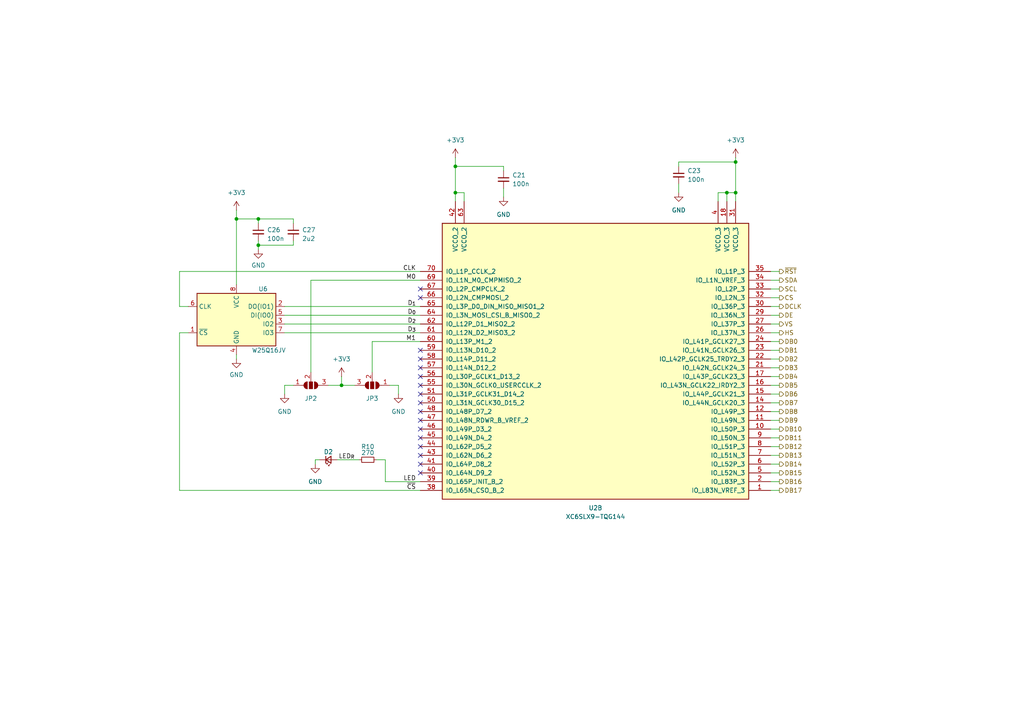
<source format=kicad_sch>
(kicad_sch
	(version 20231120)
	(generator "eeschema")
	(generator_version "8.0")
	(uuid "9635b207-be56-4692-b7be-abdb3712be18")
	(paper "A4")
	(title_block
		(title "FPGA IO Bank B")
		(date "2024-03-11")
		(rev "1")
		(company "https://github.com/Cuprum77")
	)
	(lib_symbols
		(symbol "+3V3_1"
			(power)
			(pin_numbers hide)
			(pin_names
				(offset 0) hide)
			(exclude_from_sim no)
			(in_bom yes)
			(on_board yes)
			(property "Reference" "#PWR"
				(at 0 -3.81 0)
				(effects
					(font
						(size 1.27 1.27)
					)
					(hide yes)
				)
			)
			(property "Value" "+3V3"
				(at 0 3.556 0)
				(effects
					(font
						(size 1.27 1.27)
					)
				)
			)
			(property "Footprint" ""
				(at 0 0 0)
				(effects
					(font
						(size 1.27 1.27)
					)
					(hide yes)
				)
			)
			(property "Datasheet" ""
				(at 0 0 0)
				(effects
					(font
						(size 1.27 1.27)
					)
					(hide yes)
				)
			)
			(property "Description" "Power symbol creates a global label with name \"+3V3\""
				(at 0 0 0)
				(effects
					(font
						(size 1.27 1.27)
					)
					(hide yes)
				)
			)
			(property "ki_keywords" "global power"
				(at 0 0 0)
				(effects
					(font
						(size 1.27 1.27)
					)
					(hide yes)
				)
			)
			(symbol "+3V3_1_0_1"
				(polyline
					(pts
						(xy -0.762 1.27) (xy 0 2.54)
					)
					(stroke
						(width 0)
						(type default)
					)
					(fill
						(type none)
					)
				)
				(polyline
					(pts
						(xy 0 0) (xy 0 2.54)
					)
					(stroke
						(width 0)
						(type default)
					)
					(fill
						(type none)
					)
				)
				(polyline
					(pts
						(xy 0 2.54) (xy 0.762 1.27)
					)
					(stroke
						(width 0)
						(type default)
					)
					(fill
						(type none)
					)
				)
			)
			(symbol "+3V3_1_1_1"
				(pin power_in line
					(at 0 0 90)
					(length 0)
					(name "~"
						(effects
							(font
								(size 1.27 1.27)
							)
						)
					)
					(number "1"
						(effects
							(font
								(size 1.27 1.27)
							)
						)
					)
				)
			)
		)
		(symbol "Device:C_Small"
			(pin_numbers hide)
			(pin_names
				(offset 0.254) hide)
			(exclude_from_sim no)
			(in_bom yes)
			(on_board yes)
			(property "Reference" "C"
				(at 0.254 1.778 0)
				(effects
					(font
						(size 1.27 1.27)
					)
					(justify left)
				)
			)
			(property "Value" "C_Small"
				(at 0.254 -2.032 0)
				(effects
					(font
						(size 1.27 1.27)
					)
					(justify left)
				)
			)
			(property "Footprint" ""
				(at 0 0 0)
				(effects
					(font
						(size 1.27 1.27)
					)
					(hide yes)
				)
			)
			(property "Datasheet" "~"
				(at 0 0 0)
				(effects
					(font
						(size 1.27 1.27)
					)
					(hide yes)
				)
			)
			(property "Description" "Unpolarized capacitor, small symbol"
				(at 0 0 0)
				(effects
					(font
						(size 1.27 1.27)
					)
					(hide yes)
				)
			)
			(property "ki_keywords" "capacitor cap"
				(at 0 0 0)
				(effects
					(font
						(size 1.27 1.27)
					)
					(hide yes)
				)
			)
			(property "ki_fp_filters" "C_*"
				(at 0 0 0)
				(effects
					(font
						(size 1.27 1.27)
					)
					(hide yes)
				)
			)
			(symbol "C_Small_0_1"
				(polyline
					(pts
						(xy -1.524 -0.508) (xy 1.524 -0.508)
					)
					(stroke
						(width 0.3302)
						(type default)
					)
					(fill
						(type none)
					)
				)
				(polyline
					(pts
						(xy -1.524 0.508) (xy 1.524 0.508)
					)
					(stroke
						(width 0.3048)
						(type default)
					)
					(fill
						(type none)
					)
				)
			)
			(symbol "C_Small_1_1"
				(pin passive line
					(at 0 2.54 270)
					(length 2.032)
					(name "~"
						(effects
							(font
								(size 1.27 1.27)
							)
						)
					)
					(number "1"
						(effects
							(font
								(size 1.27 1.27)
							)
						)
					)
				)
				(pin passive line
					(at 0 -2.54 90)
					(length 2.032)
					(name "~"
						(effects
							(font
								(size 1.27 1.27)
							)
						)
					)
					(number "2"
						(effects
							(font
								(size 1.27 1.27)
							)
						)
					)
				)
			)
		)
		(symbol "Device:LED_Small"
			(pin_numbers hide)
			(pin_names
				(offset 0.254) hide)
			(exclude_from_sim no)
			(in_bom yes)
			(on_board yes)
			(property "Reference" "D"
				(at -1.27 3.175 0)
				(effects
					(font
						(size 1.27 1.27)
					)
					(justify left)
				)
			)
			(property "Value" "LED_Small"
				(at -4.445 -2.54 0)
				(effects
					(font
						(size 1.27 1.27)
					)
					(justify left)
				)
			)
			(property "Footprint" ""
				(at 0 0 90)
				(effects
					(font
						(size 1.27 1.27)
					)
					(hide yes)
				)
			)
			(property "Datasheet" "~"
				(at 0 0 90)
				(effects
					(font
						(size 1.27 1.27)
					)
					(hide yes)
				)
			)
			(property "Description" "Light emitting diode, small symbol"
				(at 0 0 0)
				(effects
					(font
						(size 1.27 1.27)
					)
					(hide yes)
				)
			)
			(property "ki_keywords" "LED diode light-emitting-diode"
				(at 0 0 0)
				(effects
					(font
						(size 1.27 1.27)
					)
					(hide yes)
				)
			)
			(property "ki_fp_filters" "LED* LED_SMD:* LED_THT:*"
				(at 0 0 0)
				(effects
					(font
						(size 1.27 1.27)
					)
					(hide yes)
				)
			)
			(symbol "LED_Small_0_1"
				(polyline
					(pts
						(xy -0.762 -1.016) (xy -0.762 1.016)
					)
					(stroke
						(width 0.254)
						(type default)
					)
					(fill
						(type none)
					)
				)
				(polyline
					(pts
						(xy 1.016 0) (xy -0.762 0)
					)
					(stroke
						(width 0)
						(type default)
					)
					(fill
						(type none)
					)
				)
				(polyline
					(pts
						(xy 0.762 -1.016) (xy -0.762 0) (xy 0.762 1.016) (xy 0.762 -1.016)
					)
					(stroke
						(width 0.254)
						(type default)
					)
					(fill
						(type none)
					)
				)
				(polyline
					(pts
						(xy 0 0.762) (xy -0.508 1.27) (xy -0.254 1.27) (xy -0.508 1.27) (xy -0.508 1.016)
					)
					(stroke
						(width 0)
						(type default)
					)
					(fill
						(type none)
					)
				)
				(polyline
					(pts
						(xy 0.508 1.27) (xy 0 1.778) (xy 0.254 1.778) (xy 0 1.778) (xy 0 1.524)
					)
					(stroke
						(width 0)
						(type default)
					)
					(fill
						(type none)
					)
				)
			)
			(symbol "LED_Small_1_1"
				(pin passive line
					(at -2.54 0 0)
					(length 1.778)
					(name "K"
						(effects
							(font
								(size 1.27 1.27)
							)
						)
					)
					(number "1"
						(effects
							(font
								(size 1.27 1.27)
							)
						)
					)
				)
				(pin passive line
					(at 2.54 0 180)
					(length 1.778)
					(name "A"
						(effects
							(font
								(size 1.27 1.27)
							)
						)
					)
					(number "2"
						(effects
							(font
								(size 1.27 1.27)
							)
						)
					)
				)
			)
		)
		(symbol "Device:R_Small"
			(pin_numbers hide)
			(pin_names
				(offset 0.254) hide)
			(exclude_from_sim no)
			(in_bom yes)
			(on_board yes)
			(property "Reference" "R"
				(at 0.762 0.508 0)
				(effects
					(font
						(size 1.27 1.27)
					)
					(justify left)
				)
			)
			(property "Value" "R_Small"
				(at 0.762 -1.016 0)
				(effects
					(font
						(size 1.27 1.27)
					)
					(justify left)
				)
			)
			(property "Footprint" ""
				(at 0 0 0)
				(effects
					(font
						(size 1.27 1.27)
					)
					(hide yes)
				)
			)
			(property "Datasheet" "~"
				(at 0 0 0)
				(effects
					(font
						(size 1.27 1.27)
					)
					(hide yes)
				)
			)
			(property "Description" "Resistor, small symbol"
				(at 0 0 0)
				(effects
					(font
						(size 1.27 1.27)
					)
					(hide yes)
				)
			)
			(property "ki_keywords" "R resistor"
				(at 0 0 0)
				(effects
					(font
						(size 1.27 1.27)
					)
					(hide yes)
				)
			)
			(property "ki_fp_filters" "R_*"
				(at 0 0 0)
				(effects
					(font
						(size 1.27 1.27)
					)
					(hide yes)
				)
			)
			(symbol "R_Small_0_1"
				(rectangle
					(start -0.762 1.778)
					(end 0.762 -1.778)
					(stroke
						(width 0.2032)
						(type default)
					)
					(fill
						(type none)
					)
				)
			)
			(symbol "R_Small_1_1"
				(pin passive line
					(at 0 2.54 270)
					(length 0.762)
					(name "~"
						(effects
							(font
								(size 1.27 1.27)
							)
						)
					)
					(number "1"
						(effects
							(font
								(size 1.27 1.27)
							)
						)
					)
				)
				(pin passive line
					(at 0 -2.54 90)
					(length 0.762)
					(name "~"
						(effects
							(font
								(size 1.27 1.27)
							)
						)
					)
					(number "2"
						(effects
							(font
								(size 1.27 1.27)
							)
						)
					)
				)
			)
		)
		(symbol "FPGA_Xilinx_Spartan6:XC6SLX9-TQG144"
			(pin_names
				(offset 1.016)
			)
			(exclude_from_sim no)
			(in_bom yes)
			(on_board yes)
			(property "Reference" "U"
				(at 0 1.27 0)
				(effects
					(font
						(size 1.27 1.27)
					)
				)
			)
			(property "Value" "XC6SLX9-TQG144"
				(at 0 -1.27 0)
				(effects
					(font
						(size 1.27 1.27)
					)
				)
			)
			(property "Footprint" ""
				(at 0 0 0)
				(effects
					(font
						(size 1.27 1.27)
					)
					(hide yes)
				)
			)
			(property "Datasheet" ""
				(at 0 0 0)
				(effects
					(font
						(size 1.27 1.27)
					)
				)
			)
			(property "Description" "Spartan 6 LX 9 XC6SLX9-TQG144"
				(at 0 0 0)
				(effects
					(font
						(size 1.27 1.27)
					)
					(hide yes)
				)
			)
			(property "ki_locked" ""
				(at 0 0 0)
				(effects
					(font
						(size 1.27 1.27)
					)
				)
			)
			(property "ki_keywords" "FPGA"
				(at 0 0 0)
				(effects
					(font
						(size 1.27 1.27)
					)
					(hide yes)
				)
			)
			(symbol "XC6SLX9-TQG144_1_1"
				(rectangle
					(start -44.45 36.83)
					(end 44.45 -43.18)
					(stroke
						(width 0.254)
						(type default)
					)
					(fill
						(type background)
					)
				)
				(pin bidirectional line
					(at 50.8 12.7 180)
					(length 6.35)
					(name "IO_L33P_1"
						(effects
							(font
								(size 1.27 1.27)
							)
						)
					)
					(number "100"
						(effects
							(font
								(size 1.27 1.27)
							)
						)
					)
				)
				(pin bidirectional line
					(at 50.8 15.24 180)
					(length 6.35)
					(name "IO_L32N_1"
						(effects
							(font
								(size 1.27 1.27)
							)
						)
					)
					(number "101"
						(effects
							(font
								(size 1.27 1.27)
							)
						)
					)
				)
				(pin bidirectional line
					(at 50.8 17.78 180)
					(length 6.35)
					(name "IO_L32P_1"
						(effects
							(font
								(size 1.27 1.27)
							)
						)
					)
					(number "102"
						(effects
							(font
								(size 1.27 1.27)
							)
						)
					)
				)
				(pin power_in line
					(at 40.64 43.18 270)
					(length 6.35)
					(name "VCCO_1"
						(effects
							(font
								(size 1.27 1.27)
							)
						)
					)
					(number "103"
						(effects
							(font
								(size 1.27 1.27)
							)
						)
					)
				)
				(pin bidirectional line
					(at 50.8 20.32 180)
					(length 6.35)
					(name "IO_L1N_VREF_1"
						(effects
							(font
								(size 1.27 1.27)
							)
						)
					)
					(number "104"
						(effects
							(font
								(size 1.27 1.27)
							)
						)
					)
				)
				(pin bidirectional line
					(at 50.8 22.86 180)
					(length 6.35)
					(name "IO_L1P_1"
						(effects
							(font
								(size 1.27 1.27)
							)
						)
					)
					(number "105"
						(effects
							(font
								(size 1.27 1.27)
							)
						)
					)
				)
				(pin bidirectional line
					(at -50.8 -40.64 0)
					(length 6.35)
					(name "IO_L66N_SCP0_0"
						(effects
							(font
								(size 1.27 1.27)
							)
						)
					)
					(number "111"
						(effects
							(font
								(size 1.27 1.27)
							)
						)
					)
				)
				(pin bidirectional line
					(at -50.8 -38.1 0)
					(length 6.35)
					(name "IO_L66P_SCP1_0"
						(effects
							(font
								(size 1.27 1.27)
							)
						)
					)
					(number "112"
						(effects
							(font
								(size 1.27 1.27)
							)
						)
					)
				)
				(pin bidirectional line
					(at -50.8 -35.56 0)
					(length 6.35)
					(name "IO_L65N_SCP2_0"
						(effects
							(font
								(size 1.27 1.27)
							)
						)
					)
					(number "114"
						(effects
							(font
								(size 1.27 1.27)
							)
						)
					)
				)
				(pin bidirectional line
					(at -50.8 -33.02 0)
					(length 6.35)
					(name "IO_L65P_SCP3_0"
						(effects
							(font
								(size 1.27 1.27)
							)
						)
					)
					(number "115"
						(effects
							(font
								(size 1.27 1.27)
							)
						)
					)
				)
				(pin bidirectional line
					(at -50.8 -30.48 0)
					(length 6.35)
					(name "IO_L64N_SCP4_0"
						(effects
							(font
								(size 1.27 1.27)
							)
						)
					)
					(number "116"
						(effects
							(font
								(size 1.27 1.27)
							)
						)
					)
				)
				(pin bidirectional line
					(at -50.8 -27.94 0)
					(length 6.35)
					(name "IO_L64P_SCP5_0"
						(effects
							(font
								(size 1.27 1.27)
							)
						)
					)
					(number "117"
						(effects
							(font
								(size 1.27 1.27)
							)
						)
					)
				)
				(pin bidirectional line
					(at -50.8 -25.4 0)
					(length 6.35)
					(name "IO_L63N_SCP6_0"
						(effects
							(font
								(size 1.27 1.27)
							)
						)
					)
					(number "118"
						(effects
							(font
								(size 1.27 1.27)
							)
						)
					)
				)
				(pin bidirectional line
					(at -50.8 -22.86 0)
					(length 6.35)
					(name "IO_L63P_SCP7_0"
						(effects
							(font
								(size 1.27 1.27)
							)
						)
					)
					(number "119"
						(effects
							(font
								(size 1.27 1.27)
							)
						)
					)
				)
				(pin bidirectional line
					(at -50.8 -20.32 0)
					(length 6.35)
					(name "IO_L62N_VREF_0"
						(effects
							(font
								(size 1.27 1.27)
							)
						)
					)
					(number "120"
						(effects
							(font
								(size 1.27 1.27)
							)
						)
					)
				)
				(pin bidirectional line
					(at -50.8 -17.78 0)
					(length 6.35)
					(name "IO_L62P_0"
						(effects
							(font
								(size 1.27 1.27)
							)
						)
					)
					(number "121"
						(effects
							(font
								(size 1.27 1.27)
							)
						)
					)
				)
				(pin power_in line
					(at -40.64 43.18 270)
					(length 6.35)
					(name "VCCO_0"
						(effects
							(font
								(size 1.27 1.27)
							)
						)
					)
					(number "122"
						(effects
							(font
								(size 1.27 1.27)
							)
						)
					)
				)
				(pin bidirectional line
					(at -50.8 -15.24 0)
					(length 6.35)
					(name "IO_L37N_GCLK12_0"
						(effects
							(font
								(size 1.27 1.27)
							)
						)
					)
					(number "123"
						(effects
							(font
								(size 1.27 1.27)
							)
						)
					)
				)
				(pin bidirectional line
					(at -50.8 -12.7 0)
					(length 6.35)
					(name "IO_L37P_GCLK13_0"
						(effects
							(font
								(size 1.27 1.27)
							)
						)
					)
					(number "124"
						(effects
							(font
								(size 1.27 1.27)
							)
						)
					)
				)
				(pin power_in line
					(at -38.1 43.18 270)
					(length 6.35)
					(name "VCCO_0"
						(effects
							(font
								(size 1.27 1.27)
							)
						)
					)
					(number "125"
						(effects
							(font
								(size 1.27 1.27)
							)
						)
					)
				)
				(pin bidirectional line
					(at -50.8 -10.16 0)
					(length 6.35)
					(name "IO_L36N_GCLK14_0"
						(effects
							(font
								(size 1.27 1.27)
							)
						)
					)
					(number "126"
						(effects
							(font
								(size 1.27 1.27)
							)
						)
					)
				)
				(pin bidirectional line
					(at -50.8 -7.62 0)
					(length 6.35)
					(name "IO_L36P_GCLK15_0"
						(effects
							(font
								(size 1.27 1.27)
							)
						)
					)
					(number "127"
						(effects
							(font
								(size 1.27 1.27)
							)
						)
					)
				)
				(pin bidirectional line
					(at -50.8 -5.08 0)
					(length 6.35)
					(name "IO_L35N_GCLK16_0"
						(effects
							(font
								(size 1.27 1.27)
							)
						)
					)
					(number "131"
						(effects
							(font
								(size 1.27 1.27)
							)
						)
					)
				)
				(pin bidirectional line
					(at -50.8 -2.54 0)
					(length 6.35)
					(name "IO_L35P_GCLK17_0"
						(effects
							(font
								(size 1.27 1.27)
							)
						)
					)
					(number "132"
						(effects
							(font
								(size 1.27 1.27)
							)
						)
					)
				)
				(pin bidirectional line
					(at -50.8 0 0)
					(length 6.35)
					(name "IO_L34N_GCLK18_0"
						(effects
							(font
								(size 1.27 1.27)
							)
						)
					)
					(number "133"
						(effects
							(font
								(size 1.27 1.27)
							)
						)
					)
				)
				(pin bidirectional line
					(at -50.8 2.54 0)
					(length 6.35)
					(name "IO_L34P_GCLK19_0"
						(effects
							(font
								(size 1.27 1.27)
							)
						)
					)
					(number "134"
						(effects
							(font
								(size 1.27 1.27)
							)
						)
					)
				)
				(pin power_in line
					(at -35.56 43.18 270)
					(length 6.35)
					(name "VCCO_0"
						(effects
							(font
								(size 1.27 1.27)
							)
						)
					)
					(number "135"
						(effects
							(font
								(size 1.27 1.27)
							)
						)
					)
				)
				(pin bidirectional line
					(at -50.8 5.08 0)
					(length 6.35)
					(name "IO_L4N_0"
						(effects
							(font
								(size 1.27 1.27)
							)
						)
					)
					(number "137"
						(effects
							(font
								(size 1.27 1.27)
							)
						)
					)
				)
				(pin bidirectional line
					(at -50.8 7.62 0)
					(length 6.35)
					(name "IO_L4P_0"
						(effects
							(font
								(size 1.27 1.27)
							)
						)
					)
					(number "138"
						(effects
							(font
								(size 1.27 1.27)
							)
						)
					)
				)
				(pin bidirectional line
					(at -50.8 10.16 0)
					(length 6.35)
					(name "IO_L3N_0"
						(effects
							(font
								(size 1.27 1.27)
							)
						)
					)
					(number "139"
						(effects
							(font
								(size 1.27 1.27)
							)
						)
					)
				)
				(pin bidirectional line
					(at -50.8 12.7 0)
					(length 6.35)
					(name "IO_L3P_0"
						(effects
							(font
								(size 1.27 1.27)
							)
						)
					)
					(number "140"
						(effects
							(font
								(size 1.27 1.27)
							)
						)
					)
				)
				(pin bidirectional line
					(at -50.8 15.24 0)
					(length 6.35)
					(name "IO_L2N_0"
						(effects
							(font
								(size 1.27 1.27)
							)
						)
					)
					(number "141"
						(effects
							(font
								(size 1.27 1.27)
							)
						)
					)
				)
				(pin bidirectional line
					(at -50.8 17.78 0)
					(length 6.35)
					(name "IO_L2P_0"
						(effects
							(font
								(size 1.27 1.27)
							)
						)
					)
					(number "142"
						(effects
							(font
								(size 1.27 1.27)
							)
						)
					)
				)
				(pin bidirectional line
					(at -50.8 20.32 0)
					(length 6.35)
					(name "IO_L1N_VREF_0"
						(effects
							(font
								(size 1.27 1.27)
							)
						)
					)
					(number "143"
						(effects
							(font
								(size 1.27 1.27)
							)
						)
					)
				)
				(pin bidirectional line
					(at -50.8 22.86 0)
					(length 6.35)
					(name "IO_L1P_HSWAPEN_0"
						(effects
							(font
								(size 1.27 1.27)
							)
						)
					)
					(number "144"
						(effects
							(font
								(size 1.27 1.27)
							)
						)
					)
				)
				(pin bidirectional line
					(at 50.8 -35.56 180)
					(length 6.35)
					(name "IO_L74N_DOUT_BUSY_1"
						(effects
							(font
								(size 1.27 1.27)
							)
						)
					)
					(number "74"
						(effects
							(font
								(size 1.27 1.27)
							)
						)
					)
				)
				(pin bidirectional line
					(at 50.8 -33.02 180)
					(length 6.35)
					(name "IO_L74P_AWAKE_1"
						(effects
							(font
								(size 1.27 1.27)
							)
						)
					)
					(number "75"
						(effects
							(font
								(size 1.27 1.27)
							)
						)
					)
				)
				(pin power_in line
					(at 35.56 43.18 270)
					(length 6.35)
					(name "VCCO_1"
						(effects
							(font
								(size 1.27 1.27)
							)
						)
					)
					(number "76"
						(effects
							(font
								(size 1.27 1.27)
							)
						)
					)
				)
				(pin bidirectional line
					(at 50.8 -30.48 180)
					(length 6.35)
					(name "IO_L47N_1"
						(effects
							(font
								(size 1.27 1.27)
							)
						)
					)
					(number "78"
						(effects
							(font
								(size 1.27 1.27)
							)
						)
					)
				)
				(pin bidirectional line
					(at 50.8 -27.94 180)
					(length 6.35)
					(name "IO_L47P_1"
						(effects
							(font
								(size 1.27 1.27)
							)
						)
					)
					(number "79"
						(effects
							(font
								(size 1.27 1.27)
							)
						)
					)
				)
				(pin bidirectional line
					(at 50.8 -25.4 180)
					(length 6.35)
					(name "IO_L46N_1"
						(effects
							(font
								(size 1.27 1.27)
							)
						)
					)
					(number "80"
						(effects
							(font
								(size 1.27 1.27)
							)
						)
					)
				)
				(pin bidirectional line
					(at 50.8 -22.86 180)
					(length 6.35)
					(name "IO_L46P_1"
						(effects
							(font
								(size 1.27 1.27)
							)
						)
					)
					(number "81"
						(effects
							(font
								(size 1.27 1.27)
							)
						)
					)
				)
				(pin bidirectional line
					(at 50.8 -20.32 180)
					(length 6.35)
					(name "IO_L45N_1"
						(effects
							(font
								(size 1.27 1.27)
							)
						)
					)
					(number "82"
						(effects
							(font
								(size 1.27 1.27)
							)
						)
					)
				)
				(pin bidirectional line
					(at 50.8 -17.78 180)
					(length 6.35)
					(name "IO_L45P_1"
						(effects
							(font
								(size 1.27 1.27)
							)
						)
					)
					(number "83"
						(effects
							(font
								(size 1.27 1.27)
							)
						)
					)
				)
				(pin bidirectional line
					(at 50.8 -15.24 180)
					(length 6.35)
					(name "IO_L43N_GCLK4_1"
						(effects
							(font
								(size 1.27 1.27)
							)
						)
					)
					(number "84"
						(effects
							(font
								(size 1.27 1.27)
							)
						)
					)
				)
				(pin bidirectional line
					(at 50.8 -12.7 180)
					(length 6.35)
					(name "IO_L43P_GCLK5_1"
						(effects
							(font
								(size 1.27 1.27)
							)
						)
					)
					(number "85"
						(effects
							(font
								(size 1.27 1.27)
							)
						)
					)
				)
				(pin power_in line
					(at 38.1 43.18 270)
					(length 6.35)
					(name "VCCO_1"
						(effects
							(font
								(size 1.27 1.27)
							)
						)
					)
					(number "86"
						(effects
							(font
								(size 1.27 1.27)
							)
						)
					)
				)
				(pin bidirectional line
					(at 50.8 -10.16 180)
					(length 6.35)
					(name "IO_L42N_GCLK6_TRDY1_1"
						(effects
							(font
								(size 1.27 1.27)
							)
						)
					)
					(number "87"
						(effects
							(font
								(size 1.27 1.27)
							)
						)
					)
				)
				(pin bidirectional line
					(at 50.8 -7.62 180)
					(length 6.35)
					(name "IO_L42P_GCLK7_1"
						(effects
							(font
								(size 1.27 1.27)
							)
						)
					)
					(number "88"
						(effects
							(font
								(size 1.27 1.27)
							)
						)
					)
				)
				(pin bidirectional line
					(at 50.8 -5.08 180)
					(length 6.35)
					(name "IO_L41N_GCLK8_1"
						(effects
							(font
								(size 1.27 1.27)
							)
						)
					)
					(number "92"
						(effects
							(font
								(size 1.27 1.27)
							)
						)
					)
				)
				(pin bidirectional line
					(at 50.8 -2.54 180)
					(length 6.35)
					(name "IO_L41P_GCLK9_IRDY1_1"
						(effects
							(font
								(size 1.27 1.27)
							)
						)
					)
					(number "93"
						(effects
							(font
								(size 1.27 1.27)
							)
						)
					)
				)
				(pin bidirectional line
					(at 50.8 0 180)
					(length 6.35)
					(name "IO_L40N_GCLK10_1"
						(effects
							(font
								(size 1.27 1.27)
							)
						)
					)
					(number "94"
						(effects
							(font
								(size 1.27 1.27)
							)
						)
					)
				)
				(pin bidirectional line
					(at 50.8 2.54 180)
					(length 6.35)
					(name "IO_L40P_GCLK11_1"
						(effects
							(font
								(size 1.27 1.27)
							)
						)
					)
					(number "95"
						(effects
							(font
								(size 1.27 1.27)
							)
						)
					)
				)
				(pin bidirectional line
					(at 50.8 5.08 180)
					(length 6.35)
					(name "IO_L34N_1"
						(effects
							(font
								(size 1.27 1.27)
							)
						)
					)
					(number "97"
						(effects
							(font
								(size 1.27 1.27)
							)
						)
					)
				)
				(pin bidirectional line
					(at 50.8 7.62 180)
					(length 6.35)
					(name "IO_L34P_1"
						(effects
							(font
								(size 1.27 1.27)
							)
						)
					)
					(number "98"
						(effects
							(font
								(size 1.27 1.27)
							)
						)
					)
				)
				(pin bidirectional line
					(at 50.8 10.16 180)
					(length 6.35)
					(name "IO_L33N_1"
						(effects
							(font
								(size 1.27 1.27)
							)
						)
					)
					(number "99"
						(effects
							(font
								(size 1.27 1.27)
							)
						)
					)
				)
			)
			(symbol "XC6SLX9-TQG144_2_1"
				(rectangle
					(start -44.45 36.83)
					(end 44.45 -43.18)
					(stroke
						(width 0.254)
						(type default)
					)
					(fill
						(type background)
					)
				)
				(pin bidirectional line
					(at 50.8 -40.64 180)
					(length 6.35)
					(name "IO_L83N_VREF_3"
						(effects
							(font
								(size 1.27 1.27)
							)
						)
					)
					(number "1"
						(effects
							(font
								(size 1.27 1.27)
							)
						)
					)
				)
				(pin bidirectional line
					(at 50.8 -22.86 180)
					(length 6.35)
					(name "IO_L50P_3"
						(effects
							(font
								(size 1.27 1.27)
							)
						)
					)
					(number "10"
						(effects
							(font
								(size 1.27 1.27)
							)
						)
					)
				)
				(pin bidirectional line
					(at 50.8 -20.32 180)
					(length 6.35)
					(name "IO_L49N_3"
						(effects
							(font
								(size 1.27 1.27)
							)
						)
					)
					(number "11"
						(effects
							(font
								(size 1.27 1.27)
							)
						)
					)
				)
				(pin bidirectional line
					(at 50.8 -17.78 180)
					(length 6.35)
					(name "IO_L49P_3"
						(effects
							(font
								(size 1.27 1.27)
							)
						)
					)
					(number "12"
						(effects
							(font
								(size 1.27 1.27)
							)
						)
					)
				)
				(pin bidirectional line
					(at 50.8 -15.24 180)
					(length 6.35)
					(name "IO_L44N_GCLK20_3"
						(effects
							(font
								(size 1.27 1.27)
							)
						)
					)
					(number "14"
						(effects
							(font
								(size 1.27 1.27)
							)
						)
					)
				)
				(pin bidirectional line
					(at 50.8 -12.7 180)
					(length 6.35)
					(name "IO_L44P_GCLK21_3"
						(effects
							(font
								(size 1.27 1.27)
							)
						)
					)
					(number "15"
						(effects
							(font
								(size 1.27 1.27)
							)
						)
					)
				)
				(pin bidirectional line
					(at 50.8 -10.16 180)
					(length 6.35)
					(name "IO_L43N_GCLK22_IRDY2_3"
						(effects
							(font
								(size 1.27 1.27)
							)
						)
					)
					(number "16"
						(effects
							(font
								(size 1.27 1.27)
							)
						)
					)
				)
				(pin bidirectional line
					(at 50.8 -7.62 180)
					(length 6.35)
					(name "IO_L43P_GCLK23_3"
						(effects
							(font
								(size 1.27 1.27)
							)
						)
					)
					(number "17"
						(effects
							(font
								(size 1.27 1.27)
							)
						)
					)
				)
				(pin power_in line
					(at 38.1 43.18 270)
					(length 6.35)
					(name "VCCO_3"
						(effects
							(font
								(size 1.27 1.27)
							)
						)
					)
					(number "18"
						(effects
							(font
								(size 1.27 1.27)
							)
						)
					)
				)
				(pin bidirectional line
					(at 50.8 -38.1 180)
					(length 6.35)
					(name "IO_L83P_3"
						(effects
							(font
								(size 1.27 1.27)
							)
						)
					)
					(number "2"
						(effects
							(font
								(size 1.27 1.27)
							)
						)
					)
				)
				(pin bidirectional line
					(at 50.8 -5.08 180)
					(length 6.35)
					(name "IO_L42N_GCLK24_3"
						(effects
							(font
								(size 1.27 1.27)
							)
						)
					)
					(number "21"
						(effects
							(font
								(size 1.27 1.27)
							)
						)
					)
				)
				(pin bidirectional line
					(at 50.8 -2.54 180)
					(length 6.35)
					(name "IO_L42P_GCLK25_TRDY2_3"
						(effects
							(font
								(size 1.27 1.27)
							)
						)
					)
					(number "22"
						(effects
							(font
								(size 1.27 1.27)
							)
						)
					)
				)
				(pin bidirectional line
					(at 50.8 0 180)
					(length 6.35)
					(name "IO_L41N_GCLK26_3"
						(effects
							(font
								(size 1.27 1.27)
							)
						)
					)
					(number "23"
						(effects
							(font
								(size 1.27 1.27)
							)
						)
					)
				)
				(pin bidirectional line
					(at 50.8 2.54 180)
					(length 6.35)
					(name "IO_L41P_GCLK27_3"
						(effects
							(font
								(size 1.27 1.27)
							)
						)
					)
					(number "24"
						(effects
							(font
								(size 1.27 1.27)
							)
						)
					)
				)
				(pin bidirectional line
					(at 50.8 5.08 180)
					(length 6.35)
					(name "IO_L37N_3"
						(effects
							(font
								(size 1.27 1.27)
							)
						)
					)
					(number "26"
						(effects
							(font
								(size 1.27 1.27)
							)
						)
					)
				)
				(pin bidirectional line
					(at 50.8 7.62 180)
					(length 6.35)
					(name "IO_L37P_3"
						(effects
							(font
								(size 1.27 1.27)
							)
						)
					)
					(number "27"
						(effects
							(font
								(size 1.27 1.27)
							)
						)
					)
				)
				(pin bidirectional line
					(at 50.8 10.16 180)
					(length 6.35)
					(name "IO_L36N_3"
						(effects
							(font
								(size 1.27 1.27)
							)
						)
					)
					(number "29"
						(effects
							(font
								(size 1.27 1.27)
							)
						)
					)
				)
				(pin bidirectional line
					(at 50.8 12.7 180)
					(length 6.35)
					(name "IO_L36P_3"
						(effects
							(font
								(size 1.27 1.27)
							)
						)
					)
					(number "30"
						(effects
							(font
								(size 1.27 1.27)
							)
						)
					)
				)
				(pin power_in line
					(at 40.64 43.18 270)
					(length 6.35)
					(name "VCCO_3"
						(effects
							(font
								(size 1.27 1.27)
							)
						)
					)
					(number "31"
						(effects
							(font
								(size 1.27 1.27)
							)
						)
					)
				)
				(pin bidirectional line
					(at 50.8 15.24 180)
					(length 6.35)
					(name "IO_L2N_3"
						(effects
							(font
								(size 1.27 1.27)
							)
						)
					)
					(number "32"
						(effects
							(font
								(size 1.27 1.27)
							)
						)
					)
				)
				(pin bidirectional line
					(at 50.8 17.78 180)
					(length 6.35)
					(name "IO_L2P_3"
						(effects
							(font
								(size 1.27 1.27)
							)
						)
					)
					(number "33"
						(effects
							(font
								(size 1.27 1.27)
							)
						)
					)
				)
				(pin bidirectional line
					(at 50.8 20.32 180)
					(length 6.35)
					(name "IO_L1N_VREF_3"
						(effects
							(font
								(size 1.27 1.27)
							)
						)
					)
					(number "34"
						(effects
							(font
								(size 1.27 1.27)
							)
						)
					)
				)
				(pin bidirectional line
					(at 50.8 22.86 180)
					(length 6.35)
					(name "IO_L1P_3"
						(effects
							(font
								(size 1.27 1.27)
							)
						)
					)
					(number "35"
						(effects
							(font
								(size 1.27 1.27)
							)
						)
					)
				)
				(pin bidirectional line
					(at -50.8 -40.64 0)
					(length 6.35)
					(name "IO_L65N_CSO_B_2"
						(effects
							(font
								(size 1.27 1.27)
							)
						)
					)
					(number "38"
						(effects
							(font
								(size 1.27 1.27)
							)
						)
					)
				)
				(pin bidirectional line
					(at -50.8 -38.1 0)
					(length 6.35)
					(name "IO_L65P_INIT_B_2"
						(effects
							(font
								(size 1.27 1.27)
							)
						)
					)
					(number "39"
						(effects
							(font
								(size 1.27 1.27)
							)
						)
					)
				)
				(pin power_in line
					(at 35.56 43.18 270)
					(length 6.35)
					(name "VCCO_3"
						(effects
							(font
								(size 1.27 1.27)
							)
						)
					)
					(number "4"
						(effects
							(font
								(size 1.27 1.27)
							)
						)
					)
				)
				(pin bidirectional line
					(at -50.8 -35.56 0)
					(length 6.35)
					(name "IO_L64N_D9_2"
						(effects
							(font
								(size 1.27 1.27)
							)
						)
					)
					(number "40"
						(effects
							(font
								(size 1.27 1.27)
							)
						)
					)
				)
				(pin bidirectional line
					(at -50.8 -33.02 0)
					(length 6.35)
					(name "IO_L64P_D8_2"
						(effects
							(font
								(size 1.27 1.27)
							)
						)
					)
					(number "41"
						(effects
							(font
								(size 1.27 1.27)
							)
						)
					)
				)
				(pin power_in line
					(at -40.64 43.18 270)
					(length 6.35)
					(name "VCCO_2"
						(effects
							(font
								(size 1.27 1.27)
							)
						)
					)
					(number "42"
						(effects
							(font
								(size 1.27 1.27)
							)
						)
					)
				)
				(pin bidirectional line
					(at -50.8 -30.48 0)
					(length 6.35)
					(name "IO_L62N_D6_2"
						(effects
							(font
								(size 1.27 1.27)
							)
						)
					)
					(number "43"
						(effects
							(font
								(size 1.27 1.27)
							)
						)
					)
				)
				(pin bidirectional line
					(at -50.8 -27.94 0)
					(length 6.35)
					(name "IO_L62P_D5_2"
						(effects
							(font
								(size 1.27 1.27)
							)
						)
					)
					(number "44"
						(effects
							(font
								(size 1.27 1.27)
							)
						)
					)
				)
				(pin bidirectional line
					(at -50.8 -25.4 0)
					(length 6.35)
					(name "IO_L49N_D4_2"
						(effects
							(font
								(size 1.27 1.27)
							)
						)
					)
					(number "45"
						(effects
							(font
								(size 1.27 1.27)
							)
						)
					)
				)
				(pin bidirectional line
					(at -50.8 -22.86 0)
					(length 6.35)
					(name "IO_L49P_D3_2"
						(effects
							(font
								(size 1.27 1.27)
							)
						)
					)
					(number "46"
						(effects
							(font
								(size 1.27 1.27)
							)
						)
					)
				)
				(pin bidirectional line
					(at -50.8 -20.32 0)
					(length 6.35)
					(name "IO_L48N_RDWR_B_VREF_2"
						(effects
							(font
								(size 1.27 1.27)
							)
						)
					)
					(number "47"
						(effects
							(font
								(size 1.27 1.27)
							)
						)
					)
				)
				(pin bidirectional line
					(at -50.8 -17.78 0)
					(length 6.35)
					(name "IO_L48P_D7_2"
						(effects
							(font
								(size 1.27 1.27)
							)
						)
					)
					(number "48"
						(effects
							(font
								(size 1.27 1.27)
							)
						)
					)
				)
				(pin bidirectional line
					(at 50.8 -35.56 180)
					(length 6.35)
					(name "IO_L52N_3"
						(effects
							(font
								(size 1.27 1.27)
							)
						)
					)
					(number "5"
						(effects
							(font
								(size 1.27 1.27)
							)
						)
					)
				)
				(pin bidirectional line
					(at -50.8 -15.24 0)
					(length 6.35)
					(name "IO_L31N_GCLK30_D15_2"
						(effects
							(font
								(size 1.27 1.27)
							)
						)
					)
					(number "50"
						(effects
							(font
								(size 1.27 1.27)
							)
						)
					)
				)
				(pin bidirectional line
					(at -50.8 -12.7 0)
					(length 6.35)
					(name "IO_L31P_GCLK31_D14_2"
						(effects
							(font
								(size 1.27 1.27)
							)
						)
					)
					(number "51"
						(effects
							(font
								(size 1.27 1.27)
							)
						)
					)
				)
				(pin bidirectional line
					(at -50.8 -10.16 0)
					(length 6.35)
					(name "IO_L30N_GCLK0_USERCCLK_2"
						(effects
							(font
								(size 1.27 1.27)
							)
						)
					)
					(number "55"
						(effects
							(font
								(size 1.27 1.27)
							)
						)
					)
				)
				(pin bidirectional line
					(at -50.8 -7.62 0)
					(length 6.35)
					(name "IO_L30P_GCLK1_D13_2"
						(effects
							(font
								(size 1.27 1.27)
							)
						)
					)
					(number "56"
						(effects
							(font
								(size 1.27 1.27)
							)
						)
					)
				)
				(pin bidirectional line
					(at -50.8 -5.08 0)
					(length 6.35)
					(name "IO_L14N_D12_2"
						(effects
							(font
								(size 1.27 1.27)
							)
						)
					)
					(number "57"
						(effects
							(font
								(size 1.27 1.27)
							)
						)
					)
				)
				(pin bidirectional line
					(at -50.8 -2.54 0)
					(length 6.35)
					(name "IO_L14P_D11_2"
						(effects
							(font
								(size 1.27 1.27)
							)
						)
					)
					(number "58"
						(effects
							(font
								(size 1.27 1.27)
							)
						)
					)
				)
				(pin bidirectional line
					(at -50.8 0 0)
					(length 6.35)
					(name "IO_L13N_D10_2"
						(effects
							(font
								(size 1.27 1.27)
							)
						)
					)
					(number "59"
						(effects
							(font
								(size 1.27 1.27)
							)
						)
					)
				)
				(pin bidirectional line
					(at 50.8 -33.02 180)
					(length 6.35)
					(name "IO_L52P_3"
						(effects
							(font
								(size 1.27 1.27)
							)
						)
					)
					(number "6"
						(effects
							(font
								(size 1.27 1.27)
							)
						)
					)
				)
				(pin bidirectional line
					(at -50.8 2.54 0)
					(length 6.35)
					(name "IO_L13P_M1_2"
						(effects
							(font
								(size 1.27 1.27)
							)
						)
					)
					(number "60"
						(effects
							(font
								(size 1.27 1.27)
							)
						)
					)
				)
				(pin bidirectional line
					(at -50.8 5.08 0)
					(length 6.35)
					(name "IO_L12N_D2_MISO3_2"
						(effects
							(font
								(size 1.27 1.27)
							)
						)
					)
					(number "61"
						(effects
							(font
								(size 1.27 1.27)
							)
						)
					)
				)
				(pin bidirectional line
					(at -50.8 7.62 0)
					(length 6.35)
					(name "IO_L12P_D1_MISO2_2"
						(effects
							(font
								(size 1.27 1.27)
							)
						)
					)
					(number "62"
						(effects
							(font
								(size 1.27 1.27)
							)
						)
					)
				)
				(pin power_in line
					(at -38.1 43.18 270)
					(length 6.35)
					(name "VCCO_2"
						(effects
							(font
								(size 1.27 1.27)
							)
						)
					)
					(number "63"
						(effects
							(font
								(size 1.27 1.27)
							)
						)
					)
				)
				(pin bidirectional line
					(at -50.8 10.16 0)
					(length 6.35)
					(name "IO_L3N_MOSI_CSI_B_MISO0_2"
						(effects
							(font
								(size 1.27 1.27)
							)
						)
					)
					(number "64"
						(effects
							(font
								(size 1.27 1.27)
							)
						)
					)
				)
				(pin bidirectional line
					(at -50.8 12.7 0)
					(length 6.35)
					(name "IO_L3P_D0_DIN_MISO_MISO1_2"
						(effects
							(font
								(size 1.27 1.27)
							)
						)
					)
					(number "65"
						(effects
							(font
								(size 1.27 1.27)
							)
						)
					)
				)
				(pin bidirectional line
					(at -50.8 15.24 0)
					(length 6.35)
					(name "IO_L2N_CMPMOSI_2"
						(effects
							(font
								(size 1.27 1.27)
							)
						)
					)
					(number "66"
						(effects
							(font
								(size 1.27 1.27)
							)
						)
					)
				)
				(pin bidirectional line
					(at -50.8 17.78 0)
					(length 6.35)
					(name "IO_L2P_CMPCLK_2"
						(effects
							(font
								(size 1.27 1.27)
							)
						)
					)
					(number "67"
						(effects
							(font
								(size 1.27 1.27)
							)
						)
					)
				)
				(pin bidirectional line
					(at -50.8 20.32 0)
					(length 6.35)
					(name "IO_L1N_M0_CMPMISO_2"
						(effects
							(font
								(size 1.27 1.27)
							)
						)
					)
					(number "69"
						(effects
							(font
								(size 1.27 1.27)
							)
						)
					)
				)
				(pin bidirectional line
					(at 50.8 -30.48 180)
					(length 6.35)
					(name "IO_L51N_3"
						(effects
							(font
								(size 1.27 1.27)
							)
						)
					)
					(number "7"
						(effects
							(font
								(size 1.27 1.27)
							)
						)
					)
				)
				(pin bidirectional line
					(at -50.8 22.86 0)
					(length 6.35)
					(name "IO_L1P_CCLK_2"
						(effects
							(font
								(size 1.27 1.27)
							)
						)
					)
					(number "70"
						(effects
							(font
								(size 1.27 1.27)
							)
						)
					)
				)
				(pin bidirectional line
					(at 50.8 -27.94 180)
					(length 6.35)
					(name "IO_L51P_3"
						(effects
							(font
								(size 1.27 1.27)
							)
						)
					)
					(number "8"
						(effects
							(font
								(size 1.27 1.27)
							)
						)
					)
				)
				(pin bidirectional line
					(at 50.8 -25.4 180)
					(length 6.35)
					(name "IO_L50N_3"
						(effects
							(font
								(size 1.27 1.27)
							)
						)
					)
					(number "9"
						(effects
							(font
								(size 1.27 1.27)
							)
						)
					)
				)
			)
			(symbol "XC6SLX9-TQG144_3_1"
				(rectangle
					(start -31.75 15.24)
					(end 31.75 -15.24)
					(stroke
						(width 0.254)
						(type default)
					)
					(fill
						(type background)
					)
				)
				(pin bidirectional line
					(at 38.1 10.16 180)
					(length 6.35)
					(name "TDO"
						(effects
							(font
								(size 1.27 1.27)
							)
						)
					)
					(number "106"
						(effects
							(font
								(size 1.27 1.27)
							)
						)
					)
				)
				(pin bidirectional line
					(at 38.1 7.62 180)
					(length 6.35)
					(name "TMS"
						(effects
							(font
								(size 1.27 1.27)
							)
						)
					)
					(number "107"
						(effects
							(font
								(size 1.27 1.27)
							)
						)
					)
				)
				(pin bidirectional line
					(at 38.1 5.08 180)
					(length 6.35)
					(name "TCK"
						(effects
							(font
								(size 1.27 1.27)
							)
						)
					)
					(number "109"
						(effects
							(font
								(size 1.27 1.27)
							)
						)
					)
				)
				(pin bidirectional line
					(at 38.1 12.7 180)
					(length 6.35)
					(name "TDI"
						(effects
							(font
								(size 1.27 1.27)
							)
						)
					)
					(number "110"
						(effects
							(font
								(size 1.27 1.27)
							)
						)
					)
				)
				(pin bidirectional line
					(at 38.1 -2.54 180)
					(length 6.35)
					(name "PROGRAM_B_2"
						(effects
							(font
								(size 1.27 1.27)
							)
						)
					)
					(number "37"
						(effects
							(font
								(size 1.27 1.27)
							)
						)
					)
				)
				(pin bidirectional line
					(at 38.1 0 180)
					(length 6.35)
					(name "DONE_2"
						(effects
							(font
								(size 1.27 1.27)
							)
						)
					)
					(number "71"
						(effects
							(font
								(size 1.27 1.27)
							)
						)
					)
				)
				(pin bidirectional line
					(at 38.1 -12.7 180)
					(length 6.35)
					(name "CMPCS_B_2"
						(effects
							(font
								(size 1.27 1.27)
							)
						)
					)
					(number "72"
						(effects
							(font
								(size 1.27 1.27)
							)
						)
					)
				)
				(pin bidirectional line
					(at 38.1 -7.62 180)
					(length 6.35)
					(name "SUSPEND"
						(effects
							(font
								(size 1.27 1.27)
							)
						)
					)
					(number "73"
						(effects
							(font
								(size 1.27 1.27)
							)
						)
					)
				)
			)
			(symbol "XC6SLX9-TQG144_4_1"
				(rectangle
					(start -19.05 17.78)
					(end 19.05 -17.78)
					(stroke
						(width 0.254)
						(type default)
					)
					(fill
						(type background)
					)
				)
				(pin power_in line
					(at 25.4 -7.62 180)
					(length 6.35)
					(name "GND"
						(effects
							(font
								(size 1.27 1.27)
							)
						)
					)
					(number "108"
						(effects
							(font
								(size 1.27 1.27)
							)
						)
					)
				)
				(pin power_in line
					(at 25.4 -10.16 180)
					(length 6.35)
					(name "GND"
						(effects
							(font
								(size 1.27 1.27)
							)
						)
					)
					(number "113"
						(effects
							(font
								(size 1.27 1.27)
							)
						)
					)
				)
				(pin power_in line
					(at 25.4 5.08 180)
					(length 6.35)
					(name "VCCINT"
						(effects
							(font
								(size 1.27 1.27)
							)
						)
					)
					(number "128"
						(effects
							(font
								(size 1.27 1.27)
							)
						)
					)
				)
				(pin power_in line
					(at -25.4 5.08 0)
					(length 6.35)
					(name "VCCAUX"
						(effects
							(font
								(size 1.27 1.27)
							)
						)
					)
					(number "129"
						(effects
							(font
								(size 1.27 1.27)
							)
						)
					)
				)
				(pin power_in line
					(at -25.4 -2.54 0)
					(length 6.35)
					(name "GND"
						(effects
							(font
								(size 1.27 1.27)
							)
						)
					)
					(number "13"
						(effects
							(font
								(size 1.27 1.27)
							)
						)
					)
				)
				(pin power_in line
					(at 25.4 -12.7 180)
					(length 6.35)
					(name "GND"
						(effects
							(font
								(size 1.27 1.27)
							)
						)
					)
					(number "130"
						(effects
							(font
								(size 1.27 1.27)
							)
						)
					)
				)
				(pin power_in line
					(at 25.4 -15.24 180)
					(length 6.35)
					(name "GND"
						(effects
							(font
								(size 1.27 1.27)
							)
						)
					)
					(number "136"
						(effects
							(font
								(size 1.27 1.27)
							)
						)
					)
				)
				(pin power_in line
					(at 25.4 15.24 180)
					(length 6.35)
					(name "VCCINT"
						(effects
							(font
								(size 1.27 1.27)
							)
						)
					)
					(number "19"
						(effects
							(font
								(size 1.27 1.27)
							)
						)
					)
				)
				(pin power_in line
					(at -25.4 15.24 0)
					(length 6.35)
					(name "VCCAUX"
						(effects
							(font
								(size 1.27 1.27)
							)
						)
					)
					(number "20"
						(effects
							(font
								(size 1.27 1.27)
							)
						)
					)
				)
				(pin power_in line
					(at -25.4 -5.08 0)
					(length 6.35)
					(name "GND"
						(effects
							(font
								(size 1.27 1.27)
							)
						)
					)
					(number "25"
						(effects
							(font
								(size 1.27 1.27)
							)
						)
					)
				)
				(pin power_in line
					(at 25.4 12.7 180)
					(length 6.35)
					(name "VCCINT"
						(effects
							(font
								(size 1.27 1.27)
							)
						)
					)
					(number "28"
						(effects
							(font
								(size 1.27 1.27)
							)
						)
					)
				)
				(pin power_in line
					(at -25.4 0 0)
					(length 6.35)
					(name "GND"
						(effects
							(font
								(size 1.27 1.27)
							)
						)
					)
					(number "3"
						(effects
							(font
								(size 1.27 1.27)
							)
						)
					)
				)
				(pin power_in line
					(at -25.4 12.7 0)
					(length 6.35)
					(name "VCCAUX"
						(effects
							(font
								(size 1.27 1.27)
							)
						)
					)
					(number "36"
						(effects
							(font
								(size 1.27 1.27)
							)
						)
					)
				)
				(pin power_in line
					(at -25.4 -7.62 0)
					(length 6.35)
					(name "GND"
						(effects
							(font
								(size 1.27 1.27)
							)
						)
					)
					(number "49"
						(effects
							(font
								(size 1.27 1.27)
							)
						)
					)
				)
				(pin power_in line
					(at 25.4 10.16 180)
					(length 6.35)
					(name "VCCINT"
						(effects
							(font
								(size 1.27 1.27)
							)
						)
					)
					(number "52"
						(effects
							(font
								(size 1.27 1.27)
							)
						)
					)
				)
				(pin power_in line
					(at -25.4 10.16 0)
					(length 6.35)
					(name "VCCAUX"
						(effects
							(font
								(size 1.27 1.27)
							)
						)
					)
					(number "53"
						(effects
							(font
								(size 1.27 1.27)
							)
						)
					)
				)
				(pin power_in line
					(at -25.4 -10.16 0)
					(length 6.35)
					(name "GND"
						(effects
							(font
								(size 1.27 1.27)
							)
						)
					)
					(number "54"
						(effects
							(font
								(size 1.27 1.27)
							)
						)
					)
				)
				(pin power_in line
					(at -25.4 -12.7 0)
					(length 6.35)
					(name "GND"
						(effects
							(font
								(size 1.27 1.27)
							)
						)
					)
					(number "68"
						(effects
							(font
								(size 1.27 1.27)
							)
						)
					)
				)
				(pin power_in line
					(at -25.4 -15.24 0)
					(length 6.35)
					(name "GND"
						(effects
							(font
								(size 1.27 1.27)
							)
						)
					)
					(number "77"
						(effects
							(font
								(size 1.27 1.27)
							)
						)
					)
				)
				(pin power_in line
					(at 25.4 7.62 180)
					(length 6.35)
					(name "VCCINT"
						(effects
							(font
								(size 1.27 1.27)
							)
						)
					)
					(number "89"
						(effects
							(font
								(size 1.27 1.27)
							)
						)
					)
				)
				(pin power_in line
					(at -25.4 7.62 0)
					(length 6.35)
					(name "VCCAUX"
						(effects
							(font
								(size 1.27 1.27)
							)
						)
					)
					(number "90"
						(effects
							(font
								(size 1.27 1.27)
							)
						)
					)
				)
				(pin power_in line
					(at 25.4 -2.54 180)
					(length 6.35)
					(name "GND"
						(effects
							(font
								(size 1.27 1.27)
							)
						)
					)
					(number "91"
						(effects
							(font
								(size 1.27 1.27)
							)
						)
					)
				)
				(pin power_in line
					(at 25.4 -5.08 180)
					(length 6.35)
					(name "GND"
						(effects
							(font
								(size 1.27 1.27)
							)
						)
					)
					(number "96"
						(effects
							(font
								(size 1.27 1.27)
							)
						)
					)
				)
			)
		)
		(symbol "Jumper:SolderJumper_3_Open"
			(pin_names
				(offset 0) hide)
			(exclude_from_sim yes)
			(in_bom no)
			(on_board yes)
			(property "Reference" "JP"
				(at -2.54 -2.54 0)
				(effects
					(font
						(size 1.27 1.27)
					)
				)
			)
			(property "Value" "SolderJumper_3_Open"
				(at 0 2.794 0)
				(effects
					(font
						(size 1.27 1.27)
					)
				)
			)
			(property "Footprint" ""
				(at 0 0 0)
				(effects
					(font
						(size 1.27 1.27)
					)
					(hide yes)
				)
			)
			(property "Datasheet" "~"
				(at 0 0 0)
				(effects
					(font
						(size 1.27 1.27)
					)
					(hide yes)
				)
			)
			(property "Description" "Solder Jumper, 3-pole, open"
				(at 0 0 0)
				(effects
					(font
						(size 1.27 1.27)
					)
					(hide yes)
				)
			)
			(property "ki_keywords" "Solder Jumper SPDT"
				(at 0 0 0)
				(effects
					(font
						(size 1.27 1.27)
					)
					(hide yes)
				)
			)
			(property "ki_fp_filters" "SolderJumper*Open*"
				(at 0 0 0)
				(effects
					(font
						(size 1.27 1.27)
					)
					(hide yes)
				)
			)
			(symbol "SolderJumper_3_Open_0_1"
				(arc
					(start -1.016 1.016)
					(mid -2.0276 0)
					(end -1.016 -1.016)
					(stroke
						(width 0)
						(type default)
					)
					(fill
						(type none)
					)
				)
				(arc
					(start -1.016 1.016)
					(mid -2.0276 0)
					(end -1.016 -1.016)
					(stroke
						(width 0)
						(type default)
					)
					(fill
						(type outline)
					)
				)
				(rectangle
					(start -0.508 1.016)
					(end 0.508 -1.016)
					(stroke
						(width 0)
						(type default)
					)
					(fill
						(type outline)
					)
				)
				(polyline
					(pts
						(xy -2.54 0) (xy -2.032 0)
					)
					(stroke
						(width 0)
						(type default)
					)
					(fill
						(type none)
					)
				)
				(polyline
					(pts
						(xy -1.016 1.016) (xy -1.016 -1.016)
					)
					(stroke
						(width 0)
						(type default)
					)
					(fill
						(type none)
					)
				)
				(polyline
					(pts
						(xy 0 -1.27) (xy 0 -1.016)
					)
					(stroke
						(width 0)
						(type default)
					)
					(fill
						(type none)
					)
				)
				(polyline
					(pts
						(xy 1.016 1.016) (xy 1.016 -1.016)
					)
					(stroke
						(width 0)
						(type default)
					)
					(fill
						(type none)
					)
				)
				(polyline
					(pts
						(xy 2.54 0) (xy 2.032 0)
					)
					(stroke
						(width 0)
						(type default)
					)
					(fill
						(type none)
					)
				)
				(arc
					(start 1.016 -1.016)
					(mid 2.0276 0)
					(end 1.016 1.016)
					(stroke
						(width 0)
						(type default)
					)
					(fill
						(type none)
					)
				)
				(arc
					(start 1.016 -1.016)
					(mid 2.0276 0)
					(end 1.016 1.016)
					(stroke
						(width 0)
						(type default)
					)
					(fill
						(type outline)
					)
				)
			)
			(symbol "SolderJumper_3_Open_1_1"
				(pin passive line
					(at -5.08 0 0)
					(length 2.54)
					(name "A"
						(effects
							(font
								(size 1.27 1.27)
							)
						)
					)
					(number "1"
						(effects
							(font
								(size 1.27 1.27)
							)
						)
					)
				)
				(pin passive line
					(at 0 -3.81 90)
					(length 2.54)
					(name "C"
						(effects
							(font
								(size 1.27 1.27)
							)
						)
					)
					(number "2"
						(effects
							(font
								(size 1.27 1.27)
							)
						)
					)
				)
				(pin passive line
					(at 5.08 0 180)
					(length 2.54)
					(name "B"
						(effects
							(font
								(size 1.27 1.27)
							)
						)
					)
					(number "3"
						(effects
							(font
								(size 1.27 1.27)
							)
						)
					)
				)
			)
		)
		(symbol "Memory_Flash:W25Q32JVSS"
			(exclude_from_sim no)
			(in_bom yes)
			(on_board yes)
			(property "Reference" "U2"
				(at 6.35 8.89 0)
				(effects
					(font
						(size 1.27 1.27)
					)
					(justify left)
				)
			)
			(property "Value" "W25Q16JV"
				(at 4.445 -8.89 0)
				(effects
					(font
						(size 1.27 1.27)
					)
					(justify left)
				)
			)
			(property "Footprint" "KiCAD Library:W25Q16JVUXIQ TR"
				(at 1.27 -19.05 0)
				(effects
					(font
						(size 1.27 1.27)
					)
					(hide yes)
				)
			)
			(property "Datasheet" "http://www.winbond.com/resource-files/w25q32jv%20revg%2003272018%20plus.pdf"
				(at 0 -19.05 0)
				(effects
					(font
						(size 1.27 1.27)
					)
					(hide yes)
				)
			)
			(property "Description" ""
				(at 0 0 0)
				(effects
					(font
						(size 1.27 1.27)
					)
					(hide yes)
				)
			)
			(property "ki_keywords" "flash memory SPI"
				(at 0 0 0)
				(effects
					(font
						(size 1.27 1.27)
					)
					(hide yes)
				)
			)
			(property "ki_fp_filters" "SOIC*5.23x5.23mm*P1.27mm*"
				(at 0 0 0)
				(effects
					(font
						(size 1.27 1.27)
					)
					(hide yes)
				)
			)
			(symbol "W25Q32JVSS_0_1"
				(rectangle
					(start -11.43 7.62)
					(end 11.43 -7.62)
					(stroke
						(width 0.254)
						(type default)
					)
					(fill
						(type background)
					)
				)
			)
			(symbol "W25Q32JVSS_1_1"
				(pin input line
					(at -13.97 -3.81 0)
					(length 2.54)
					(name "~{CS}"
						(effects
							(font
								(size 1.27 1.27)
							)
						)
					)
					(number "1"
						(effects
							(font
								(size 1.27 1.27)
							)
						)
					)
				)
				(pin bidirectional line
					(at 13.97 3.81 180)
					(length 2.54)
					(name "DO(IO1)"
						(effects
							(font
								(size 1.27 1.27)
							)
						)
					)
					(number "2"
						(effects
							(font
								(size 1.27 1.27)
							)
						)
					)
				)
				(pin bidirectional line
					(at 13.97 -1.27 180)
					(length 2.54)
					(name "IO2"
						(effects
							(font
								(size 1.27 1.27)
							)
						)
					)
					(number "3"
						(effects
							(font
								(size 1.27 1.27)
							)
						)
					)
				)
				(pin power_in line
					(at 0 -10.16 90)
					(length 2.54)
					(name "GND"
						(effects
							(font
								(size 1.27 1.27)
							)
						)
					)
					(number "4"
						(effects
							(font
								(size 1.27 1.27)
							)
						)
					)
				)
				(pin bidirectional line
					(at 13.97 1.27 180)
					(length 2.54)
					(name "DI(IO0)"
						(effects
							(font
								(size 1.27 1.27)
							)
						)
					)
					(number "5"
						(effects
							(font
								(size 1.27 1.27)
							)
						)
					)
				)
				(pin input line
					(at -13.97 3.81 0)
					(length 2.54)
					(name "CLK"
						(effects
							(font
								(size 1.27 1.27)
							)
						)
					)
					(number "6"
						(effects
							(font
								(size 1.27 1.27)
							)
						)
					)
				)
				(pin bidirectional line
					(at 13.97 -3.81 180)
					(length 2.54)
					(name "IO3"
						(effects
							(font
								(size 1.27 1.27)
							)
						)
					)
					(number "7"
						(effects
							(font
								(size 1.27 1.27)
							)
						)
					)
				)
				(pin power_in line
					(at 0 10.16 270)
					(length 2.54)
					(name "VCC"
						(effects
							(font
								(size 1.27 1.27)
							)
						)
					)
					(number "8"
						(effects
							(font
								(size 1.27 1.27)
							)
						)
					)
				)
				(pin power_in line
					(at 0 -10.16 90)
					(length 2.54) hide
					(name "GND"
						(effects
							(font
								(size 1.27 1.27)
							)
						)
					)
					(number "9"
						(effects
							(font
								(size 1.27 1.27)
							)
						)
					)
				)
			)
		)
		(symbol "PCM_4ms_Power-symbol:GND"
			(power)
			(pin_names
				(offset 0)
			)
			(exclude_from_sim no)
			(in_bom yes)
			(on_board yes)
			(property "Reference" "#PWR"
				(at 0 -6.35 0)
				(effects
					(font
						(size 1.27 1.27)
					)
					(hide yes)
				)
			)
			(property "Value" "GND"
				(at 0 -3.81 0)
				(effects
					(font
						(size 1.27 1.27)
					)
				)
			)
			(property "Footprint" ""
				(at 0 0 0)
				(effects
					(font
						(size 1.27 1.27)
					)
					(hide yes)
				)
			)
			(property "Datasheet" ""
				(at 0 0 0)
				(effects
					(font
						(size 1.27 1.27)
					)
					(hide yes)
				)
			)
			(property "Description" ""
				(at 0 0 0)
				(effects
					(font
						(size 1.27 1.27)
					)
					(hide yes)
				)
			)
			(symbol "GND_0_1"
				(polyline
					(pts
						(xy 0 0) (xy 0 -1.27) (xy 1.27 -1.27) (xy 0 -2.54) (xy -1.27 -1.27) (xy 0 -1.27)
					)
					(stroke
						(width 0)
						(type default)
					)
					(fill
						(type none)
					)
				)
			)
			(symbol "GND_1_1"
				(pin power_in line
					(at 0 0 270)
					(length 0) hide
					(name "GND"
						(effects
							(font
								(size 1.27 1.27)
							)
						)
					)
					(number "1"
						(effects
							(font
								(size 1.27 1.27)
							)
						)
					)
				)
			)
		)
		(symbol "power:GND"
			(power)
			(pin_names
				(offset 0)
			)
			(exclude_from_sim no)
			(in_bom yes)
			(on_board yes)
			(property "Reference" "#PWR"
				(at 0 -6.35 0)
				(effects
					(font
						(size 1.27 1.27)
					)
					(hide yes)
				)
			)
			(property "Value" "GND"
				(at 0 -3.81 0)
				(effects
					(font
						(size 1.27 1.27)
					)
				)
			)
			(property "Footprint" ""
				(at 0 0 0)
				(effects
					(font
						(size 1.27 1.27)
					)
					(hide yes)
				)
			)
			(property "Datasheet" ""
				(at 0 0 0)
				(effects
					(font
						(size 1.27 1.27)
					)
					(hide yes)
				)
			)
			(property "Description" "Power symbol creates a global label with name \"GND\" , ground"
				(at 0 0 0)
				(effects
					(font
						(size 1.27 1.27)
					)
					(hide yes)
				)
			)
			(property "ki_keywords" "power-flag"
				(at 0 0 0)
				(effects
					(font
						(size 1.27 1.27)
					)
					(hide yes)
				)
			)
			(symbol "GND_0_1"
				(polyline
					(pts
						(xy 0 0) (xy 0 -1.27) (xy 1.27 -1.27) (xy 0 -2.54) (xy -1.27 -1.27) (xy 0 -1.27)
					)
					(stroke
						(width 0)
						(type default)
					)
					(fill
						(type none)
					)
				)
			)
			(symbol "GND_1_1"
				(pin power_in line
					(at 0 0 270)
					(length 0) hide
					(name "GND"
						(effects
							(font
								(size 1.27 1.27)
							)
						)
					)
					(number "1"
						(effects
							(font
								(size 1.27 1.27)
							)
						)
					)
				)
			)
		)
	)
	(junction
		(at 213.36 55.88)
		(diameter 0)
		(color 0 0 0 0)
		(uuid "11aa736c-3c25-412c-8843-ca225c4ba151")
	)
	(junction
		(at 132.08 55.88)
		(diameter 0)
		(color 0 0 0 0)
		(uuid "448d384b-ac71-486e-af96-ac384a6f5c24")
	)
	(junction
		(at 132.08 48.26)
		(diameter 0)
		(color 0 0 0 0)
		(uuid "4663dde1-b364-45a6-a8ad-1e00b2d4b65d")
	)
	(junction
		(at 74.93 63.5)
		(diameter 0)
		(color 0 0 0 0)
		(uuid "5732eee0-efbb-4907-ad0a-9abdea05a112")
	)
	(junction
		(at 210.82 55.88)
		(diameter 0)
		(color 0 0 0 0)
		(uuid "94493177-c642-42a3-b58a-40977538216a")
	)
	(junction
		(at 74.93 71.12)
		(diameter 0)
		(color 0 0 0 0)
		(uuid "97852342-6d4e-43b5-afb3-b14e0665aecb")
	)
	(junction
		(at 99.06 111.76)
		(diameter 0)
		(color 0 0 0 0)
		(uuid "abb31fc3-65e3-466c-9c5f-f61565c6d83b")
	)
	(junction
		(at 68.58 63.5)
		(diameter 0)
		(color 0 0 0 0)
		(uuid "e3ee4949-9e98-47ff-bc48-f51d92a68552")
	)
	(junction
		(at 213.36 46.99)
		(diameter 0)
		(color 0 0 0 0)
		(uuid "fa456681-6c84-4724-ae4b-234ec766087d")
	)
	(no_connect
		(at 121.92 132.08)
		(uuid "054fd319-56e6-4ce1-8346-14de34a38eb8")
	)
	(no_connect
		(at 121.92 104.14)
		(uuid "1f5f4776-10d3-4ea4-b7dc-c97a6b8d2ee7")
	)
	(no_connect
		(at 121.92 109.22)
		(uuid "4e1a8cc8-d1af-481b-bf28-35ce35e8aa67")
	)
	(no_connect
		(at 121.92 116.84)
		(uuid "5391f9af-80ca-4aa0-a513-7701714de1f9")
	)
	(no_connect
		(at 121.92 121.92)
		(uuid "68288580-5343-41a5-b2b3-29c4acbd4f4f")
	)
	(no_connect
		(at 121.92 134.62)
		(uuid "7d1073b1-9219-4ad7-9f24-195a27cf3c34")
	)
	(no_connect
		(at 121.92 124.46)
		(uuid "828b9dd7-4353-4184-b41b-f639a50d2fe0")
	)
	(no_connect
		(at 121.92 114.3)
		(uuid "95f3baf4-a46d-49dc-a305-a3962111d039")
	)
	(no_connect
		(at 121.92 101.6)
		(uuid "992d8652-d18e-43f4-a35f-5b4bdadec65d")
	)
	(no_connect
		(at 121.92 127)
		(uuid "ab187c28-9329-4d8b-af37-2a35d1d761aa")
	)
	(no_connect
		(at 121.92 111.76)
		(uuid "c2a91ee7-9839-49c4-a531-ff3ed02fcc0b")
	)
	(no_connect
		(at 121.92 83.82)
		(uuid "cb436c0b-99ee-4e35-8288-bf0497bde0cf")
	)
	(no_connect
		(at 121.92 86.36)
		(uuid "e9834ce6-5ad3-4abe-85ed-72e0be2d271f")
	)
	(no_connect
		(at 121.92 129.54)
		(uuid "ee0e8a9b-3846-4ed6-ac5d-26a5e545493e")
	)
	(no_connect
		(at 121.92 137.16)
		(uuid "f2d3e088-d5ca-4aa9-becc-feb6e1007477")
	)
	(no_connect
		(at 121.92 106.68)
		(uuid "f805d6d6-a5c2-42d6-b629-eb41bf872d43")
	)
	(no_connect
		(at 121.92 119.38)
		(uuid "f8f1daaf-6df8-43e5-849a-47461c4dfc82")
	)
	(wire
		(pts
			(xy 226.06 124.46) (xy 223.52 124.46)
		)
		(stroke
			(width 0)
			(type default)
		)
		(uuid "038d565a-7cf9-41a6-9145-f66bab0c919a")
	)
	(wire
		(pts
			(xy 85.09 69.85) (xy 85.09 71.12)
		)
		(stroke
			(width 0)
			(type default)
		)
		(uuid "07694b71-e643-4990-9ec0-51b7f16efa7d")
	)
	(wire
		(pts
			(xy 68.58 102.87) (xy 68.58 104.14)
		)
		(stroke
			(width 0)
			(type default)
		)
		(uuid "09596903-1564-4656-baf1-3173aed2538d")
	)
	(wire
		(pts
			(xy 99.06 109.22) (xy 99.06 111.76)
		)
		(stroke
			(width 0)
			(type default)
		)
		(uuid "0c814b5d-2ed7-4855-bd1b-779c26f8dc98")
	)
	(wire
		(pts
			(xy 74.93 71.12) (xy 74.93 72.39)
		)
		(stroke
			(width 0)
			(type default)
		)
		(uuid "0f4e720f-a872-40e0-867b-ce6882d6b3c1")
	)
	(wire
		(pts
			(xy 82.55 96.52) (xy 121.92 96.52)
		)
		(stroke
			(width 0)
			(type default)
		)
		(uuid "0f8190c5-0954-425c-9070-aeca7a16cda8")
	)
	(wire
		(pts
			(xy 226.06 83.82) (xy 223.52 83.82)
		)
		(stroke
			(width 0)
			(type default)
		)
		(uuid "0f9587e3-f901-452b-a6ab-b2748e820df4")
	)
	(wire
		(pts
			(xy 226.06 93.98) (xy 223.52 93.98)
		)
		(stroke
			(width 0)
			(type default)
		)
		(uuid "112f65da-17e2-4a74-975d-0a356c5d0d7f")
	)
	(wire
		(pts
			(xy 52.07 142.24) (xy 121.92 142.24)
		)
		(stroke
			(width 0)
			(type default)
		)
		(uuid "131cf532-0748-4816-ae00-4d9f595c567b")
	)
	(wire
		(pts
			(xy 226.06 116.84) (xy 223.52 116.84)
		)
		(stroke
			(width 0)
			(type default)
		)
		(uuid "13a3813e-45ba-4ae9-8c60-e16f2242c2c3")
	)
	(wire
		(pts
			(xy 92.71 133.35) (xy 91.44 133.35)
		)
		(stroke
			(width 0)
			(type default)
		)
		(uuid "151f0435-133b-4eb7-8d07-13e86f0f67f3")
	)
	(wire
		(pts
			(xy 226.06 81.28) (xy 223.52 81.28)
		)
		(stroke
			(width 0)
			(type default)
		)
		(uuid "15759fc4-87f4-4607-9c0a-9084259b3dbf")
	)
	(wire
		(pts
			(xy 82.55 111.76) (xy 85.09 111.76)
		)
		(stroke
			(width 0)
			(type default)
		)
		(uuid "1662bc45-3e69-4bd7-87eb-9c670e82f5d5")
	)
	(wire
		(pts
			(xy 82.55 88.9) (xy 121.92 88.9)
		)
		(stroke
			(width 0)
			(type default)
		)
		(uuid "1d66e52a-48cc-4879-8493-1240120f62ae")
	)
	(wire
		(pts
			(xy 90.17 81.28) (xy 121.92 81.28)
		)
		(stroke
			(width 0)
			(type default)
		)
		(uuid "1e56f1d4-b3c8-4f4a-a796-672cfffe3cf7")
	)
	(wire
		(pts
			(xy 107.95 99.06) (xy 121.92 99.06)
		)
		(stroke
			(width 0)
			(type default)
		)
		(uuid "1e78be8c-90bb-4d4b-abb5-6e29dcc0a277")
	)
	(wire
		(pts
			(xy 111.76 133.35) (xy 111.76 139.7)
		)
		(stroke
			(width 0)
			(type default)
		)
		(uuid "218205df-e06f-4b2f-b2b6-ba2d14adb8b5")
	)
	(wire
		(pts
			(xy 52.07 142.24) (xy 52.07 96.52)
		)
		(stroke
			(width 0)
			(type default)
		)
		(uuid "2297ecb7-5666-41d5-9b93-9678f1ce78ff")
	)
	(wire
		(pts
			(xy 134.62 58.42) (xy 134.62 55.88)
		)
		(stroke
			(width 0)
			(type default)
		)
		(uuid "238ad9d9-d6f0-45a2-a22b-dced535d83e4")
	)
	(wire
		(pts
			(xy 113.03 111.76) (xy 115.57 111.76)
		)
		(stroke
			(width 0)
			(type default)
		)
		(uuid "2549158e-5d09-4d9e-bcdb-2fd5ccc1c3f8")
	)
	(wire
		(pts
			(xy 99.06 111.76) (xy 102.87 111.76)
		)
		(stroke
			(width 0)
			(type default)
		)
		(uuid "25fa0b86-99ae-47b8-9c90-99d162145d54")
	)
	(wire
		(pts
			(xy 208.28 55.88) (xy 210.82 55.88)
		)
		(stroke
			(width 0)
			(type default)
		)
		(uuid "2aa1f272-5e27-4167-8842-6281a16ac2be")
	)
	(wire
		(pts
			(xy 226.06 104.14) (xy 223.52 104.14)
		)
		(stroke
			(width 0)
			(type default)
		)
		(uuid "2b7badfa-51d1-41fc-93d7-e5d041aa2557")
	)
	(wire
		(pts
			(xy 90.17 107.95) (xy 90.17 81.28)
		)
		(stroke
			(width 0)
			(type default)
		)
		(uuid "2bbd9dc1-41f7-40e0-9842-5e9ba4fac902")
	)
	(wire
		(pts
			(xy 132.08 55.88) (xy 132.08 58.42)
		)
		(stroke
			(width 0)
			(type default)
		)
		(uuid "2d9a5726-7602-4012-b71f-44f752cd99b4")
	)
	(wire
		(pts
			(xy 52.07 78.74) (xy 121.92 78.74)
		)
		(stroke
			(width 0)
			(type default)
		)
		(uuid "318b9e8a-a412-413a-a9ec-f7a2e88bc45b")
	)
	(wire
		(pts
			(xy 132.08 48.26) (xy 132.08 55.88)
		)
		(stroke
			(width 0)
			(type default)
		)
		(uuid "3a32ee3f-6627-4655-8879-82a022f36087")
	)
	(wire
		(pts
			(xy 68.58 63.5) (xy 74.93 63.5)
		)
		(stroke
			(width 0)
			(type default)
		)
		(uuid "3b6d4004-7725-4626-a65a-e183619caabc")
	)
	(wire
		(pts
			(xy 213.36 45.72) (xy 213.36 46.99)
		)
		(stroke
			(width 0)
			(type default)
		)
		(uuid "429aa7d9-313c-4965-b5f5-45ae628589c0")
	)
	(wire
		(pts
			(xy 208.28 58.42) (xy 208.28 55.88)
		)
		(stroke
			(width 0)
			(type default)
		)
		(uuid "4685646b-49db-4891-b5ac-21e8644ccfb9")
	)
	(wire
		(pts
			(xy 85.09 71.12) (xy 74.93 71.12)
		)
		(stroke
			(width 0)
			(type default)
		)
		(uuid "4cc1615b-8654-4eee-b1b5-9ab5aba20348")
	)
	(wire
		(pts
			(xy 226.06 132.08) (xy 223.52 132.08)
		)
		(stroke
			(width 0)
			(type default)
		)
		(uuid "51d2d5d2-bd8e-409b-b02b-196805f1a585")
	)
	(wire
		(pts
			(xy 52.07 88.9) (xy 52.07 78.74)
		)
		(stroke
			(width 0)
			(type default)
		)
		(uuid "51f69ab9-3fc1-4222-9ac3-03df58cf9328")
	)
	(wire
		(pts
			(xy 132.08 45.72) (xy 132.08 48.26)
		)
		(stroke
			(width 0)
			(type default)
		)
		(uuid "5584378d-6587-4c5e-b992-6a9b8767fb39")
	)
	(wire
		(pts
			(xy 196.85 53.34) (xy 196.85 55.88)
		)
		(stroke
			(width 0)
			(type default)
		)
		(uuid "5d2bf8ad-0e50-4e6a-987e-753d9f265e98")
	)
	(wire
		(pts
			(xy 82.55 93.98) (xy 121.92 93.98)
		)
		(stroke
			(width 0)
			(type default)
		)
		(uuid "600d6e30-5a54-4dac-a6d3-11c65dcd7746")
	)
	(wire
		(pts
			(xy 226.06 134.62) (xy 223.52 134.62)
		)
		(stroke
			(width 0)
			(type default)
		)
		(uuid "63880d4e-5ba7-4f44-a891-e77d730ad0d5")
	)
	(wire
		(pts
			(xy 85.09 64.77) (xy 85.09 63.5)
		)
		(stroke
			(width 0)
			(type default)
		)
		(uuid "6dc3424a-02b3-4ac5-88aa-7a49f5403c8b")
	)
	(wire
		(pts
			(xy 226.06 88.9) (xy 223.52 88.9)
		)
		(stroke
			(width 0)
			(type default)
		)
		(uuid "6f3a0269-f790-4e1d-a5c0-3f83de93f0e9")
	)
	(wire
		(pts
			(xy 146.05 54.61) (xy 146.05 57.15)
		)
		(stroke
			(width 0)
			(type default)
		)
		(uuid "736429f8-ef13-4a3b-a896-2040e892d9a2")
	)
	(wire
		(pts
			(xy 226.06 119.38) (xy 223.52 119.38)
		)
		(stroke
			(width 0)
			(type default)
		)
		(uuid "73b79f60-cc4f-4a98-bf6b-723c6d0b0a44")
	)
	(wire
		(pts
			(xy 226.06 111.76) (xy 223.52 111.76)
		)
		(stroke
			(width 0)
			(type default)
		)
		(uuid "74552fa2-d467-4f67-a1e9-7f50acc15d6b")
	)
	(wire
		(pts
			(xy 68.58 60.96) (xy 68.58 63.5)
		)
		(stroke
			(width 0)
			(type default)
		)
		(uuid "74b0b3f6-28f0-423b-8e37-6e7588296f8f")
	)
	(wire
		(pts
			(xy 134.62 55.88) (xy 132.08 55.88)
		)
		(stroke
			(width 0)
			(type default)
		)
		(uuid "74ccecce-cb29-4fbd-a868-45b7c9d7c849")
	)
	(wire
		(pts
			(xy 52.07 96.52) (xy 54.61 96.52)
		)
		(stroke
			(width 0)
			(type default)
		)
		(uuid "768da58c-481f-4cc1-8187-fd926be7add6")
	)
	(wire
		(pts
			(xy 226.06 99.06) (xy 223.52 99.06)
		)
		(stroke
			(width 0)
			(type default)
		)
		(uuid "7ad82082-ebe5-4308-87f9-5e573e8a7e59")
	)
	(wire
		(pts
			(xy 115.57 111.76) (xy 115.57 114.3)
		)
		(stroke
			(width 0)
			(type default)
		)
		(uuid "7b81ff87-52d8-42d2-87ca-ec82939d2ea5")
	)
	(wire
		(pts
			(xy 146.05 49.53) (xy 146.05 48.26)
		)
		(stroke
			(width 0)
			(type default)
		)
		(uuid "83f8f599-e4e0-4bea-8dd9-2c34d65eafb8")
	)
	(wire
		(pts
			(xy 74.93 64.77) (xy 74.93 63.5)
		)
		(stroke
			(width 0)
			(type default)
		)
		(uuid "85787b39-6501-425a-abf7-835ec6091135")
	)
	(wire
		(pts
			(xy 210.82 58.42) (xy 210.82 55.88)
		)
		(stroke
			(width 0)
			(type default)
		)
		(uuid "86b86407-1638-49f4-aa2c-43c320cedbd1")
	)
	(wire
		(pts
			(xy 226.06 129.54) (xy 223.52 129.54)
		)
		(stroke
			(width 0)
			(type default)
		)
		(uuid "87713626-4eed-4764-8848-ae5f65510f48")
	)
	(wire
		(pts
			(xy 82.55 111.76) (xy 82.55 114.3)
		)
		(stroke
			(width 0)
			(type default)
		)
		(uuid "8cf0ca27-6edc-4282-a6eb-fc669ed667f5")
	)
	(wire
		(pts
			(xy 226.06 91.44) (xy 223.52 91.44)
		)
		(stroke
			(width 0)
			(type default)
		)
		(uuid "8e9b3235-0d43-4900-89a8-9318f3311668")
	)
	(wire
		(pts
			(xy 226.06 142.24) (xy 223.52 142.24)
		)
		(stroke
			(width 0)
			(type default)
		)
		(uuid "8f19fd19-c1bd-4f2d-8572-7aa3e2b33232")
	)
	(wire
		(pts
			(xy 213.36 55.88) (xy 213.36 58.42)
		)
		(stroke
			(width 0)
			(type default)
		)
		(uuid "8f5be9a0-37e3-420c-b7b5-6a29b3846e38")
	)
	(wire
		(pts
			(xy 74.93 63.5) (xy 85.09 63.5)
		)
		(stroke
			(width 0)
			(type default)
		)
		(uuid "97a5e1ba-963f-48de-b17d-d55345a123ee")
	)
	(wire
		(pts
			(xy 226.06 139.7) (xy 223.52 139.7)
		)
		(stroke
			(width 0)
			(type default)
		)
		(uuid "9b2d3655-ac80-44d4-94bd-eeda30e48a53")
	)
	(wire
		(pts
			(xy 226.06 86.36) (xy 223.52 86.36)
		)
		(stroke
			(width 0)
			(type default)
		)
		(uuid "9c8ced3e-ba8b-46d6-bd5a-8443297f135c")
	)
	(wire
		(pts
			(xy 54.61 88.9) (xy 52.07 88.9)
		)
		(stroke
			(width 0)
			(type default)
		)
		(uuid "9e82f07c-5f97-4776-9753-a5a908af7b04")
	)
	(wire
		(pts
			(xy 226.06 101.6) (xy 223.52 101.6)
		)
		(stroke
			(width 0)
			(type default)
		)
		(uuid "a5e23ce3-048c-4e22-940e-11d142736ed2")
	)
	(wire
		(pts
			(xy 226.06 121.92) (xy 223.52 121.92)
		)
		(stroke
			(width 0)
			(type default)
		)
		(uuid "b3c5063e-b1d7-43b7-96b2-a98c702ac60f")
	)
	(wire
		(pts
			(xy 226.06 137.16) (xy 223.52 137.16)
		)
		(stroke
			(width 0)
			(type default)
		)
		(uuid "b4e556e2-55b8-47f7-ae20-6e8e74ae96ed")
	)
	(wire
		(pts
			(xy 196.85 48.26) (xy 196.85 46.99)
		)
		(stroke
			(width 0)
			(type default)
		)
		(uuid "ba116ced-716a-40aa-b8e2-efe11ad8392d")
	)
	(wire
		(pts
			(xy 107.95 99.06) (xy 107.95 107.95)
		)
		(stroke
			(width 0)
			(type default)
		)
		(uuid "bbdbb848-5966-4d96-8ebe-67805aa95852")
	)
	(wire
		(pts
			(xy 111.76 133.35) (xy 109.22 133.35)
		)
		(stroke
			(width 0)
			(type default)
		)
		(uuid "c3a9dcc5-b6cf-47fc-aa9e-90254c93d11e")
	)
	(wire
		(pts
			(xy 226.06 109.22) (xy 223.52 109.22)
		)
		(stroke
			(width 0)
			(type default)
		)
		(uuid "ca2eeebe-865c-4351-96e6-d53751422ed3")
	)
	(wire
		(pts
			(xy 210.82 55.88) (xy 213.36 55.88)
		)
		(stroke
			(width 0)
			(type default)
		)
		(uuid "cb46334d-c800-4dc5-bd9e-951eefaf4d3f")
	)
	(wire
		(pts
			(xy 226.06 78.74) (xy 223.52 78.74)
		)
		(stroke
			(width 0)
			(type default)
		)
		(uuid "cbbf83a6-7e47-4181-af57-7fc8b7553e1f")
	)
	(wire
		(pts
			(xy 213.36 46.99) (xy 196.85 46.99)
		)
		(stroke
			(width 0)
			(type default)
		)
		(uuid "cc36ee39-72b8-45e3-af03-e9e14adeb77f")
	)
	(wire
		(pts
			(xy 111.76 139.7) (xy 121.92 139.7)
		)
		(stroke
			(width 0)
			(type default)
		)
		(uuid "d086a9c2-653e-4dab-b791-55addd9fd97d")
	)
	(wire
		(pts
			(xy 95.25 111.76) (xy 99.06 111.76)
		)
		(stroke
			(width 0)
			(type default)
		)
		(uuid "d154e94e-4eac-483d-bfeb-bb34874373df")
	)
	(wire
		(pts
			(xy 97.79 133.35) (xy 104.14 133.35)
		)
		(stroke
			(width 0)
			(type default)
		)
		(uuid "d83b2cda-b435-4594-b42e-f86bf5b43173")
	)
	(wire
		(pts
			(xy 226.06 114.3) (xy 223.52 114.3)
		)
		(stroke
			(width 0)
			(type default)
		)
		(uuid "dcee45f0-76c0-40c6-8a18-ee6b895c086a")
	)
	(wire
		(pts
			(xy 226.06 127) (xy 223.52 127)
		)
		(stroke
			(width 0)
			(type default)
		)
		(uuid "dfbe1eee-4ac4-41b1-b9f5-af5c57f8516f")
	)
	(wire
		(pts
			(xy 213.36 46.99) (xy 213.36 55.88)
		)
		(stroke
			(width 0)
			(type default)
		)
		(uuid "e3b38f6e-689f-4032-aa5d-44cca332ff73")
	)
	(wire
		(pts
			(xy 82.55 91.44) (xy 121.92 91.44)
		)
		(stroke
			(width 0)
			(type default)
		)
		(uuid "e7057dfb-df70-46e1-9804-3735dab9eb50")
	)
	(wire
		(pts
			(xy 132.08 48.26) (xy 146.05 48.26)
		)
		(stroke
			(width 0)
			(type default)
		)
		(uuid "ea79d0df-bdb5-47f5-859a-84f43ceca0f8")
	)
	(wire
		(pts
			(xy 226.06 96.52) (xy 223.52 96.52)
		)
		(stroke
			(width 0)
			(type default)
		)
		(uuid "ee76a907-3e4b-4018-882a-b25024547101")
	)
	(wire
		(pts
			(xy 226.06 106.68) (xy 223.52 106.68)
		)
		(stroke
			(width 0)
			(type default)
		)
		(uuid "f1a7b6f0-0332-4c01-8a2a-a36c21314af8")
	)
	(wire
		(pts
			(xy 74.93 69.85) (xy 74.93 71.12)
		)
		(stroke
			(width 0)
			(type default)
		)
		(uuid "f890824d-86eb-4207-b5b9-0146fcc3009e")
	)
	(wire
		(pts
			(xy 68.58 63.5) (xy 68.58 82.55)
		)
		(stroke
			(width 0)
			(type default)
		)
		(uuid "f96ecaf8-11b0-471d-b06e-224f3d34be3c")
	)
	(wire
		(pts
			(xy 91.44 133.35) (xy 91.44 134.62)
		)
		(stroke
			(width 0)
			(type default)
		)
		(uuid "fc2d19ec-9772-435a-be6e-a7d1bd28f5a8")
	)
	(label "M1"
		(at 120.65 99.06 180)
		(fields_autoplaced yes)
		(effects
			(font
				(size 1.27 1.27)
			)
			(justify right bottom)
		)
		(uuid "24d28b47-3919-495f-8024-94423619fcc9")
	)
	(label "~{CS}"
		(at 120.65 142.24 180)
		(fields_autoplaced yes)
		(effects
			(font
				(size 1.27 1.27)
			)
			(justify right bottom)
		)
		(uuid "3d3411cf-4b80-48eb-b35c-b06aaac81edf")
	)
	(label "CLK"
		(at 120.65 78.74 180)
		(fields_autoplaced yes)
		(effects
			(font
				(size 1.27 1.27)
			)
			(justify right bottom)
		)
		(uuid "56dfdf8b-f957-466c-b936-8c060f18fd8d")
	)
	(label "LED"
		(at 120.65 139.7 180)
		(fields_autoplaced yes)
		(effects
			(font
				(size 1.27 1.27)
			)
			(justify right bottom)
		)
		(uuid "6e5b1277-4056-4241-b46c-46fc15f17358")
	)
	(label "LED_{R}"
		(at 102.87 133.35 180)
		(fields_autoplaced yes)
		(effects
			(font
				(size 1.27 1.27)
			)
			(justify right bottom)
		)
		(uuid "7cc53cbb-248a-4617-b781-d241477098a3")
	)
	(label "D_{1}"
		(at 120.65 88.9 180)
		(fields_autoplaced yes)
		(effects
			(font
				(size 1.27 1.27)
			)
			(justify right bottom)
		)
		(uuid "918e5ce7-ceed-4d69-80b4-285ce598f882")
	)
	(label "D_{3}"
		(at 120.65 96.52 180)
		(fields_autoplaced yes)
		(effects
			(font
				(size 1.27 1.27)
			)
			(justify right bottom)
		)
		(uuid "9739f0ef-d4d4-42aa-99de-2abf546fb060")
	)
	(label "D_{2}"
		(at 120.65 93.98 180)
		(fields_autoplaced yes)
		(effects
			(font
				(size 1.27 1.27)
			)
			(justify right bottom)
		)
		(uuid "ed4220fb-b69f-4d43-bf9a-39dcce3aa7f6")
	)
	(label "M0"
		(at 120.65 81.28 180)
		(fields_autoplaced yes)
		(effects
			(font
				(size 1.27 1.27)
			)
			(justify right bottom)
		)
		(uuid "f213e1e3-c256-45eb-a183-2027973e56fc")
	)
	(label "D_{0}"
		(at 120.65 91.44 180)
		(fields_autoplaced yes)
		(effects
			(font
				(size 1.27 1.27)
			)
			(justify right bottom)
		)
		(uuid "fe4d8701-4a46-4e64-80af-2399bfb2da5c")
	)
	(hierarchical_label "DB0"
		(shape output)
		(at 226.06 99.06 0)
		(fields_autoplaced yes)
		(effects
			(font
				(size 1.27 1.27)
			)
			(justify left)
		)
		(uuid "019bd52b-8c1b-424a-986b-2d40ed117586")
	)
	(hierarchical_label "CS"
		(shape output)
		(at 226.06 86.36 0)
		(fields_autoplaced yes)
		(effects
			(font
				(size 1.27 1.27)
			)
			(justify left)
		)
		(uuid "061a1e85-4b2d-4a6e-bb08-31cb213611f9")
	)
	(hierarchical_label "DB15"
		(shape output)
		(at 226.06 137.16 0)
		(fields_autoplaced yes)
		(effects
			(font
				(size 1.27 1.27)
			)
			(justify left)
		)
		(uuid "073e2b1a-f2e7-444a-a815-ef5841c07299")
	)
	(hierarchical_label "DB16"
		(shape output)
		(at 226.06 139.7 0)
		(fields_autoplaced yes)
		(effects
			(font
				(size 1.27 1.27)
			)
			(justify left)
		)
		(uuid "0875b4f1-c991-4175-860e-15f30916987c")
	)
	(hierarchical_label "DB8"
		(shape output)
		(at 226.06 119.38 0)
		(fields_autoplaced yes)
		(effects
			(font
				(size 1.27 1.27)
			)
			(justify left)
		)
		(uuid "0e0c6597-eb89-4985-b231-6aaf814b1085")
	)
	(hierarchical_label "DE"
		(shape output)
		(at 226.06 91.44 0)
		(fields_autoplaced yes)
		(effects
			(font
				(size 1.27 1.27)
			)
			(justify left)
		)
		(uuid "158879b6-a223-4a76-a270-de39c91664eb")
	)
	(hierarchical_label "DB10"
		(shape output)
		(at 226.06 124.46 0)
		(fields_autoplaced yes)
		(effects
			(font
				(size 1.27 1.27)
			)
			(justify left)
		)
		(uuid "20394263-d56a-4dd8-9eae-cce13c62bd87")
	)
	(hierarchical_label "SDA"
		(shape output)
		(at 226.06 81.28 0)
		(fields_autoplaced yes)
		(effects
			(font
				(size 1.27 1.27)
			)
			(justify left)
		)
		(uuid "25025d51-704d-4adc-a982-24259b38aec5")
	)
	(hierarchical_label "DB17"
		(shape output)
		(at 226.06 142.24 0)
		(fields_autoplaced yes)
		(effects
			(font
				(size 1.27 1.27)
			)
			(justify left)
		)
		(uuid "2f2fbdcc-96c3-4c7f-a577-5f697ad4a014")
	)
	(hierarchical_label "DB7"
		(shape output)
		(at 226.06 116.84 0)
		(fields_autoplaced yes)
		(effects
			(font
				(size 1.27 1.27)
			)
			(justify left)
		)
		(uuid "3035f044-d9e2-425c-a280-71f04a85da9f")
	)
	(hierarchical_label "DB5"
		(shape output)
		(at 226.06 111.76 0)
		(fields_autoplaced yes)
		(effects
			(font
				(size 1.27 1.27)
			)
			(justify left)
		)
		(uuid "3afbe9f2-f708-4c8f-a97e-c5d9e69209dc")
	)
	(hierarchical_label "DB11"
		(shape output)
		(at 226.06 127 0)
		(fields_autoplaced yes)
		(effects
			(font
				(size 1.27 1.27)
			)
			(justify left)
		)
		(uuid "448d117e-4518-4da9-a084-bb64357fd6ad")
	)
	(hierarchical_label "HS"
		(shape output)
		(at 226.06 96.52 0)
		(fields_autoplaced yes)
		(effects
			(font
				(size 1.27 1.27)
			)
			(justify left)
		)
		(uuid "4b572757-befd-4d36-bbe6-89b25cb9fd0a")
	)
	(hierarchical_label "DB13"
		(shape output)
		(at 226.06 132.08 0)
		(fields_autoplaced yes)
		(effects
			(font
				(size 1.27 1.27)
			)
			(justify left)
		)
		(uuid "4e63573d-7498-4a62-8e54-20d0667d0ce1")
	)
	(hierarchical_label "DB12"
		(shape output)
		(at 226.06 129.54 0)
		(fields_autoplaced yes)
		(effects
			(font
				(size 1.27 1.27)
			)
			(justify left)
		)
		(uuid "5188f65a-f7a0-4366-aff1-29c4efdf627d")
	)
	(hierarchical_label "DCLK"
		(shape output)
		(at 226.06 88.9 0)
		(fields_autoplaced yes)
		(effects
			(font
				(size 1.27 1.27)
			)
			(justify left)
		)
		(uuid "6873ddd8-5aac-473c-9130-e2fc623a739b")
	)
	(hierarchical_label "~{RST}"
		(shape output)
		(at 226.06 78.74 0)
		(fields_autoplaced yes)
		(effects
			(font
				(size 1.27 1.27)
			)
			(justify left)
		)
		(uuid "6fd53aef-2b71-4ca7-bb2d-a9742b486fac")
	)
	(hierarchical_label "VS"
		(shape output)
		(at 226.06 93.98 0)
		(fields_autoplaced yes)
		(effects
			(font
				(size 1.27 1.27)
			)
			(justify left)
		)
		(uuid "99a60ae4-c6a9-483c-a609-555df287ac54")
	)
	(hierarchical_label "DB6"
		(shape output)
		(at 226.06 114.3 0)
		(fields_autoplaced yes)
		(effects
			(font
				(size 1.27 1.27)
			)
			(justify left)
		)
		(uuid "bf8c0370-7c0a-4686-b864-4c909ad0549c")
	)
	(hierarchical_label "DB14"
		(shape output)
		(at 226.06 134.62 0)
		(fields_autoplaced yes)
		(effects
			(font
				(size 1.27 1.27)
			)
			(justify left)
		)
		(uuid "d333be41-a2ab-4336-b994-6557b44bf8c6")
	)
	(hierarchical_label "DB4"
		(shape output)
		(at 226.06 109.22 0)
		(fields_autoplaced yes)
		(effects
			(font
				(size 1.27 1.27)
			)
			(justify left)
		)
		(uuid "d7ff186b-6969-42d6-85fb-bc5f42ba283f")
	)
	(hierarchical_label "DB1"
		(shape output)
		(at 226.06 101.6 0)
		(fields_autoplaced yes)
		(effects
			(font
				(size 1.27 1.27)
			)
			(justify left)
		)
		(uuid "dcc3afde-62c1-40ef-b20a-8f3d85ea2c59")
	)
	(hierarchical_label "DB9"
		(shape output)
		(at 226.06 121.92 0)
		(fields_autoplaced yes)
		(effects
			(font
				(size 1.27 1.27)
			)
			(justify left)
		)
		(uuid "ef6a5cba-a1d2-4682-8086-b4cf49971602")
	)
	(hierarchical_label "DB2"
		(shape output)
		(at 226.06 104.14 0)
		(fields_autoplaced yes)
		(effects
			(font
				(size 1.27 1.27)
			)
			(justify left)
		)
		(uuid "f6fab9d2-f1b8-45fb-912b-80b0942f2a7b")
	)
	(hierarchical_label "SCL"
		(shape output)
		(at 226.06 83.82 0)
		(fields_autoplaced yes)
		(effects
			(font
				(size 1.27 1.27)
			)
			(justify left)
		)
		(uuid "fd3355d7-2bee-4cdd-81f6-f153742f28da")
	)
	(hierarchical_label "DB3"
		(shape output)
		(at 226.06 106.68 0)
		(fields_autoplaced yes)
		(effects
			(font
				(size 1.27 1.27)
			)
			(justify left)
		)
		(uuid "ffcd2566-de87-417e-b0f0-6f3a4343f6bf")
	)
	(symbol
		(lib_id "Device:C_Small")
		(at 85.09 67.31 0)
		(unit 1)
		(exclude_from_sim no)
		(in_bom yes)
		(on_board yes)
		(dnp no)
		(fields_autoplaced yes)
		(uuid "032f5880-351a-4eb7-8628-b0505d5e0daa")
		(property "Reference" "C27"
			(at 87.63 66.6813 0)
			(effects
				(font
					(size 1.27 1.27)
				)
				(justify left)
			)
		)
		(property "Value" "2u2"
			(at 87.63 69.2213 0)
			(effects
				(font
					(size 1.27 1.27)
				)
				(justify left)
			)
		)
		(property "Footprint" "KiCAD Library:C_0402_1005Metric"
			(at 85.09 67.31 0)
			(effects
				(font
					(size 1.27 1.27)
				)
				(hide yes)
			)
		)
		(property "Datasheet" "~"
			(at 85.09 67.31 0)
			(effects
				(font
					(size 1.27 1.27)
				)
				(hide yes)
			)
		)
		(property "Description" ""
			(at 85.09 67.31 0)
			(effects
				(font
					(size 1.27 1.27)
				)
				(hide yes)
			)
		)
		(pin "1"
			(uuid "abb2964a-30f5-4056-9933-09e10c9622f3")
		)
		(pin "2"
			(uuid "bfb3ee6d-6cbf-4f1f-a23d-90615dfcd364")
		)
		(instances
			(project "integrated"
				(path "/5cc60e42-d666-4a43-b4f0-3784ee4bf951/9d6ef60b-1bdb-46a7-b74a-b2b81206cb48"
					(reference "C27")
					(unit 1)
				)
			)
		)
	)
	(symbol
		(lib_id "PCM_4ms_Power-symbol:GND")
		(at 91.44 134.62 0)
		(mirror y)
		(unit 1)
		(exclude_from_sim no)
		(in_bom yes)
		(on_board yes)
		(dnp no)
		(fields_autoplaced yes)
		(uuid "15256fe7-47c3-409c-a3eb-2b484f749577")
		(property "Reference" "#PWR036"
			(at 91.44 140.97 0)
			(effects
				(font
					(size 1.27 1.27)
				)
				(hide yes)
			)
		)
		(property "Value" "GND"
			(at 91.44 139.7 0)
			(effects
				(font
					(size 1.27 1.27)
				)
			)
		)
		(property "Footprint" ""
			(at 91.44 134.62 0)
			(effects
				(font
					(size 1.27 1.27)
				)
				(hide yes)
			)
		)
		(property "Datasheet" ""
			(at 91.44 134.62 0)
			(effects
				(font
					(size 1.27 1.27)
				)
				(hide yes)
			)
		)
		(property "Description" ""
			(at 91.44 134.62 0)
			(effects
				(font
					(size 1.27 1.27)
				)
				(hide yes)
			)
		)
		(pin "1"
			(uuid "89568536-ae51-4fdf-9f3f-7cd57908a21f")
		)
		(instances
			(project "integrated"
				(path "/5cc60e42-d666-4a43-b4f0-3784ee4bf951/9d6ef60b-1bdb-46a7-b74a-b2b81206cb48"
					(reference "#PWR036")
					(unit 1)
				)
			)
		)
	)
	(symbol
		(lib_id "Device:C_Small")
		(at 74.93 67.31 0)
		(unit 1)
		(exclude_from_sim no)
		(in_bom yes)
		(on_board yes)
		(dnp no)
		(fields_autoplaced yes)
		(uuid "1d630013-585e-408b-a542-e2df6aea8f93")
		(property "Reference" "C26"
			(at 77.47 66.6813 0)
			(effects
				(font
					(size 1.27 1.27)
				)
				(justify left)
			)
		)
		(property "Value" "100n"
			(at 77.47 69.2213 0)
			(effects
				(font
					(size 1.27 1.27)
				)
				(justify left)
			)
		)
		(property "Footprint" "KiCAD Library:C_0402_1005Metric"
			(at 74.93 67.31 0)
			(effects
				(font
					(size 1.27 1.27)
				)
				(hide yes)
			)
		)
		(property "Datasheet" "~"
			(at 74.93 67.31 0)
			(effects
				(font
					(size 1.27 1.27)
				)
				(hide yes)
			)
		)
		(property "Description" ""
			(at 74.93 67.31 0)
			(effects
				(font
					(size 1.27 1.27)
				)
				(hide yes)
			)
		)
		(pin "1"
			(uuid "eb91dccf-482b-4771-8602-4a735aef153c")
		)
		(pin "2"
			(uuid "f4b8edf9-5e6f-445e-9869-7b66c3375976")
		)
		(instances
			(project "integrated"
				(path "/5cc60e42-d666-4a43-b4f0-3784ee4bf951/9d6ef60b-1bdb-46a7-b74a-b2b81206cb48"
					(reference "C26")
					(unit 1)
				)
			)
		)
	)
	(symbol
		(lib_id "Device:LED_Small")
		(at 95.25 133.35 0)
		(mirror x)
		(unit 1)
		(exclude_from_sim no)
		(in_bom yes)
		(on_board yes)
		(dnp no)
		(uuid "1d820b0f-a9a5-4b98-ad9f-91cfa89f1af7")
		(property "Reference" "D2"
			(at 95.25 131.064 0)
			(effects
				(font
					(size 1.27 1.27)
				)
			)
		)
		(property "Value" "LED"
			(at 95.25 136.652 0)
			(effects
				(font
					(size 1.27 1.27)
				)
				(hide yes)
			)
		)
		(property "Footprint" "KiCAD Library:D_0805_2012Metric"
			(at 95.25 133.35 90)
			(effects
				(font
					(size 1.27 1.27)
				)
				(hide yes)
			)
		)
		(property "Datasheet" "~"
			(at 95.25 133.35 90)
			(effects
				(font
					(size 1.27 1.27)
				)
				(hide yes)
			)
		)
		(property "Description" ""
			(at 95.25 133.35 0)
			(effects
				(font
					(size 1.27 1.27)
				)
				(hide yes)
			)
		)
		(pin "1"
			(uuid "a6a9912a-8457-44b4-80d5-1bd871bc8677")
		)
		(pin "2"
			(uuid "ba3305da-ed0d-4efc-b652-c77dc6600a29")
		)
		(instances
			(project "integrated"
				(path "/5cc60e42-d666-4a43-b4f0-3784ee4bf951/9d6ef60b-1bdb-46a7-b74a-b2b81206cb48"
					(reference "D2")
					(unit 1)
				)
			)
		)
	)
	(symbol
		(lib_name "+3V3_1")
		(lib_id "power:+3V3")
		(at 132.08 45.72 0)
		(unit 1)
		(exclude_from_sim no)
		(in_bom yes)
		(on_board yes)
		(dnp no)
		(fields_autoplaced yes)
		(uuid "1e11ede0-5c11-496a-a185-c58531fb9692")
		(property "Reference" "#PWR038"
			(at 132.08 49.53 0)
			(effects
				(font
					(size 1.27 1.27)
				)
				(hide yes)
			)
		)
		(property "Value" "+3V3"
			(at 132.08 40.64 0)
			(effects
				(font
					(size 1.27 1.27)
				)
			)
		)
		(property "Footprint" ""
			(at 132.08 45.72 0)
			(effects
				(font
					(size 1.27 1.27)
				)
				(hide yes)
			)
		)
		(property "Datasheet" ""
			(at 132.08 45.72 0)
			(effects
				(font
					(size 1.27 1.27)
				)
				(hide yes)
			)
		)
		(property "Description" "Power symbol creates a global label with name \"+3V3\""
			(at 132.08 45.72 0)
			(effects
				(font
					(size 1.27 1.27)
				)
				(hide yes)
			)
		)
		(pin "1"
			(uuid "8a112bd1-6735-482e-bb37-d13aa06f16c7")
		)
		(instances
			(project "integrated"
				(path "/5cc60e42-d666-4a43-b4f0-3784ee4bf951/9d6ef60b-1bdb-46a7-b74a-b2b81206cb48"
					(reference "#PWR038")
					(unit 1)
				)
			)
		)
	)
	(symbol
		(lib_id "PCM_4ms_Power-symbol:GND")
		(at 82.55 114.3 0)
		(mirror y)
		(unit 1)
		(exclude_from_sim no)
		(in_bom yes)
		(on_board yes)
		(dnp no)
		(fields_autoplaced yes)
		(uuid "268e4e4e-13c0-4590-8113-24df76506a9d")
		(property "Reference" "#PWR058"
			(at 82.55 120.65 0)
			(effects
				(font
					(size 1.27 1.27)
				)
				(hide yes)
			)
		)
		(property "Value" "GND"
			(at 82.55 119.38 0)
			(effects
				(font
					(size 1.27 1.27)
				)
			)
		)
		(property "Footprint" ""
			(at 82.55 114.3 0)
			(effects
				(font
					(size 1.27 1.27)
				)
				(hide yes)
			)
		)
		(property "Datasheet" ""
			(at 82.55 114.3 0)
			(effects
				(font
					(size 1.27 1.27)
				)
				(hide yes)
			)
		)
		(property "Description" ""
			(at 82.55 114.3 0)
			(effects
				(font
					(size 1.27 1.27)
				)
				(hide yes)
			)
		)
		(pin "1"
			(uuid "69d256b4-7a3f-483b-bc4e-124a712077dc")
		)
		(instances
			(project "integrated"
				(path "/5cc60e42-d666-4a43-b4f0-3784ee4bf951/9d6ef60b-1bdb-46a7-b74a-b2b81206cb48"
					(reference "#PWR058")
					(unit 1)
				)
			)
		)
	)
	(symbol
		(lib_name "+3V3_1")
		(lib_id "power:+3V3")
		(at 213.36 45.72 0)
		(unit 1)
		(exclude_from_sim no)
		(in_bom yes)
		(on_board yes)
		(dnp no)
		(fields_autoplaced yes)
		(uuid "2e2f858a-66c0-4e3b-ba78-090d9e64f01d")
		(property "Reference" "#PWR041"
			(at 213.36 49.53 0)
			(effects
				(font
					(size 1.27 1.27)
				)
				(hide yes)
			)
		)
		(property "Value" "+3V3"
			(at 213.36 40.64 0)
			(effects
				(font
					(size 1.27 1.27)
				)
			)
		)
		(property "Footprint" ""
			(at 213.36 45.72 0)
			(effects
				(font
					(size 1.27 1.27)
				)
				(hide yes)
			)
		)
		(property "Datasheet" ""
			(at 213.36 45.72 0)
			(effects
				(font
					(size 1.27 1.27)
				)
				(hide yes)
			)
		)
		(property "Description" "Power symbol creates a global label with name \"+3V3\""
			(at 213.36 45.72 0)
			(effects
				(font
					(size 1.27 1.27)
				)
				(hide yes)
			)
		)
		(pin "1"
			(uuid "9f614d79-b00a-4099-8fe6-d388764607e5")
		)
		(instances
			(project "integrated"
				(path "/5cc60e42-d666-4a43-b4f0-3784ee4bf951/9d6ef60b-1bdb-46a7-b74a-b2b81206cb48"
					(reference "#PWR041")
					(unit 1)
				)
			)
		)
	)
	(symbol
		(lib_id "Device:R_Small")
		(at 106.68 133.35 90)
		(unit 1)
		(exclude_from_sim no)
		(in_bom yes)
		(on_board yes)
		(dnp no)
		(uuid "2e533002-131b-45f9-a1dc-12fa606551bd")
		(property "Reference" "R10"
			(at 106.68 129.54 90)
			(effects
				(font
					(size 1.27 1.27)
				)
			)
		)
		(property "Value" "270"
			(at 106.68 131.318 90)
			(effects
				(font
					(size 1.27 1.27)
				)
			)
		)
		(property "Footprint" "KiCAD Library:R_0402_1005Metric"
			(at 106.68 133.35 0)
			(effects
				(font
					(size 1.27 1.27)
				)
				(hide yes)
			)
		)
		(property "Datasheet" "~"
			(at 106.68 133.35 0)
			(effects
				(font
					(size 1.27 1.27)
				)
				(hide yes)
			)
		)
		(property "Description" "Resistor, small symbol"
			(at 106.68 133.35 0)
			(effects
				(font
					(size 1.27 1.27)
				)
				(hide yes)
			)
		)
		(pin "2"
			(uuid "fe7335e6-b322-4f68-8e21-2d2610ecba51")
		)
		(pin "1"
			(uuid "c5189b26-4f7a-4361-acd5-60dc447ac38f")
		)
		(instances
			(project "integrated"
				(path "/5cc60e42-d666-4a43-b4f0-3784ee4bf951/9d6ef60b-1bdb-46a7-b74a-b2b81206cb48"
					(reference "R10")
					(unit 1)
				)
			)
		)
	)
	(symbol
		(lib_name "+3V3_1")
		(lib_id "power:+3V3")
		(at 68.58 60.96 0)
		(unit 1)
		(exclude_from_sim no)
		(in_bom yes)
		(on_board yes)
		(dnp no)
		(fields_autoplaced yes)
		(uuid "43c5077d-1369-4d9c-a1de-6b1cf1c5d36a")
		(property "Reference" "#PWR033"
			(at 68.58 64.77 0)
			(effects
				(font
					(size 1.27 1.27)
				)
				(hide yes)
			)
		)
		(property "Value" "+3V3"
			(at 68.58 55.88 0)
			(effects
				(font
					(size 1.27 1.27)
				)
			)
		)
		(property "Footprint" ""
			(at 68.58 60.96 0)
			(effects
				(font
					(size 1.27 1.27)
				)
				(hide yes)
			)
		)
		(property "Datasheet" ""
			(at 68.58 60.96 0)
			(effects
				(font
					(size 1.27 1.27)
				)
				(hide yes)
			)
		)
		(property "Description" "Power symbol creates a global label with name \"+3V3\""
			(at 68.58 60.96 0)
			(effects
				(font
					(size 1.27 1.27)
				)
				(hide yes)
			)
		)
		(pin "1"
			(uuid "41e15056-4026-4537-8f2b-3cfe0ccfda44")
		)
		(instances
			(project "integrated"
				(path "/5cc60e42-d666-4a43-b4f0-3784ee4bf951/9d6ef60b-1bdb-46a7-b74a-b2b81206cb48"
					(reference "#PWR033")
					(unit 1)
				)
			)
		)
	)
	(symbol
		(lib_id "power:GND")
		(at 68.58 104.14 0)
		(unit 1)
		(exclude_from_sim no)
		(in_bom yes)
		(on_board yes)
		(dnp no)
		(fields_autoplaced yes)
		(uuid "4fb6652f-0324-4e6b-b91b-1fe7fd0e4622")
		(property "Reference" "#PWR034"
			(at 68.58 110.49 0)
			(effects
				(font
					(size 1.27 1.27)
				)
				(hide yes)
			)
		)
		(property "Value" "GND"
			(at 68.58 108.7025 0)
			(effects
				(font
					(size 1.27 1.27)
				)
			)
		)
		(property "Footprint" ""
			(at 68.58 104.14 0)
			(effects
				(font
					(size 1.27 1.27)
				)
				(hide yes)
			)
		)
		(property "Datasheet" ""
			(at 68.58 104.14 0)
			(effects
				(font
					(size 1.27 1.27)
				)
				(hide yes)
			)
		)
		(property "Description" ""
			(at 68.58 104.14 0)
			(effects
				(font
					(size 1.27 1.27)
				)
				(hide yes)
			)
		)
		(pin "1"
			(uuid "c2ac68ca-6467-4caa-8473-51b80b3643b1")
		)
		(instances
			(project "integrated"
				(path "/5cc60e42-d666-4a43-b4f0-3784ee4bf951/9d6ef60b-1bdb-46a7-b74a-b2b81206cb48"
					(reference "#PWR034")
					(unit 1)
				)
			)
		)
	)
	(symbol
		(lib_id "Jumper:SolderJumper_3_Open")
		(at 90.17 111.76 0)
		(mirror x)
		(unit 1)
		(exclude_from_sim yes)
		(in_bom no)
		(on_board yes)
		(dnp no)
		(uuid "56591047-735a-4ee5-b0c9-a230c7d2022d")
		(property "Reference" "JP2"
			(at 90.17 115.57 0)
			(effects
				(font
					(size 1.27 1.27)
				)
			)
		)
		(property "Value" "SolderJumper_3_Open"
			(at 90.17 118.11 0)
			(effects
				(font
					(size 1.27 1.27)
				)
				(hide yes)
			)
		)
		(property "Footprint" "Jumper:SolderJumper-3_P1.3mm_Open_RoundedPad1.0x1.5mm"
			(at 90.17 111.76 0)
			(effects
				(font
					(size 1.27 1.27)
				)
				(hide yes)
			)
		)
		(property "Datasheet" "~"
			(at 90.17 111.76 0)
			(effects
				(font
					(size 1.27 1.27)
				)
				(hide yes)
			)
		)
		(property "Description" "Solder Jumper, 3-pole, open"
			(at 90.17 111.76 0)
			(effects
				(font
					(size 1.27 1.27)
				)
				(hide yes)
			)
		)
		(pin "1"
			(uuid "21f8d07a-887b-4505-9800-fae87c249dc1")
		)
		(pin "2"
			(uuid "32eeaa6b-949f-46d3-b11f-6f297897c641")
		)
		(pin "3"
			(uuid "68ffc5ef-8a63-4bd5-8c14-7adf0ba62163")
		)
		(instances
			(project "integrated"
				(path "/5cc60e42-d666-4a43-b4f0-3784ee4bf951/9d6ef60b-1bdb-46a7-b74a-b2b81206cb48"
					(reference "JP2")
					(unit 1)
				)
			)
		)
	)
	(symbol
		(lib_name "+3V3_1")
		(lib_id "power:+3V3")
		(at 99.06 109.22 0)
		(unit 1)
		(exclude_from_sim no)
		(in_bom yes)
		(on_board yes)
		(dnp no)
		(fields_autoplaced yes)
		(uuid "60e0fc4b-b84a-4ad5-980b-4f185709c269")
		(property "Reference" "#PWR013"
			(at 99.06 113.03 0)
			(effects
				(font
					(size 1.27 1.27)
				)
				(hide yes)
			)
		)
		(property "Value" "+3V3"
			(at 99.06 104.14 0)
			(effects
				(font
					(size 1.27 1.27)
				)
			)
		)
		(property "Footprint" ""
			(at 99.06 109.22 0)
			(effects
				(font
					(size 1.27 1.27)
				)
				(hide yes)
			)
		)
		(property "Datasheet" ""
			(at 99.06 109.22 0)
			(effects
				(font
					(size 1.27 1.27)
				)
				(hide yes)
			)
		)
		(property "Description" "Power symbol creates a global label with name \"+3V3\""
			(at 99.06 109.22 0)
			(effects
				(font
					(size 1.27 1.27)
				)
				(hide yes)
			)
		)
		(pin "1"
			(uuid "a490805c-d975-4263-9722-48b0551c90ac")
		)
		(instances
			(project "integrated"
				(path "/5cc60e42-d666-4a43-b4f0-3784ee4bf951/9d6ef60b-1bdb-46a7-b74a-b2b81206cb48"
					(reference "#PWR013")
					(unit 1)
				)
			)
		)
	)
	(symbol
		(lib_id "PCM_4ms_Power-symbol:GND")
		(at 146.05 57.15 0)
		(unit 1)
		(exclude_from_sim no)
		(in_bom yes)
		(on_board yes)
		(dnp no)
		(fields_autoplaced yes)
		(uuid "7f758314-6cce-417c-b723-a6a48ba6313d")
		(property "Reference" "#PWR039"
			(at 146.05 63.5 0)
			(effects
				(font
					(size 1.27 1.27)
				)
				(hide yes)
			)
		)
		(property "Value" "GND"
			(at 146.05 62.23 0)
			(effects
				(font
					(size 1.27 1.27)
				)
			)
		)
		(property "Footprint" ""
			(at 146.05 57.15 0)
			(effects
				(font
					(size 1.27 1.27)
				)
				(hide yes)
			)
		)
		(property "Datasheet" ""
			(at 146.05 57.15 0)
			(effects
				(font
					(size 1.27 1.27)
				)
				(hide yes)
			)
		)
		(property "Description" ""
			(at 146.05 57.15 0)
			(effects
				(font
					(size 1.27 1.27)
				)
				(hide yes)
			)
		)
		(pin "1"
			(uuid "1fba49ad-ec33-4fa5-95de-8ffed8e0db32")
		)
		(instances
			(project "integrated"
				(path "/5cc60e42-d666-4a43-b4f0-3784ee4bf951/9d6ef60b-1bdb-46a7-b74a-b2b81206cb48"
					(reference "#PWR039")
					(unit 1)
				)
			)
		)
	)
	(symbol
		(lib_id "Device:C_Small")
		(at 196.85 50.8 0)
		(mirror y)
		(unit 1)
		(exclude_from_sim no)
		(in_bom yes)
		(on_board yes)
		(dnp no)
		(fields_autoplaced yes)
		(uuid "879dbf40-817d-486d-aa2f-af065994aab0")
		(property "Reference" "C23"
			(at 199.39 49.5362 0)
			(effects
				(font
					(size 1.27 1.27)
				)
				(justify right)
			)
		)
		(property "Value" "100n"
			(at 199.39 52.0762 0)
			(effects
				(font
					(size 1.27 1.27)
				)
				(justify right)
			)
		)
		(property "Footprint" "KiCAD Library:C_0402_1005Metric"
			(at 196.85 50.8 0)
			(effects
				(font
					(size 1.27 1.27)
				)
				(hide yes)
			)
		)
		(property "Datasheet" "~"
			(at 196.85 50.8 0)
			(effects
				(font
					(size 1.27 1.27)
				)
				(hide yes)
			)
		)
		(property "Description" ""
			(at 196.85 50.8 0)
			(effects
				(font
					(size 1.27 1.27)
				)
				(hide yes)
			)
		)
		(pin "1"
			(uuid "8bfe327f-f9ac-42dd-8dcf-3f0fd3098f4f")
		)
		(pin "2"
			(uuid "5456fb47-0212-4ac9-97bf-398e56a91a7a")
		)
		(instances
			(project "integrated"
				(path "/5cc60e42-d666-4a43-b4f0-3784ee4bf951/9d6ef60b-1bdb-46a7-b74a-b2b81206cb48"
					(reference "C23")
					(unit 1)
				)
			)
		)
	)
	(symbol
		(lib_id "power:GND")
		(at 74.93 72.39 0)
		(unit 1)
		(exclude_from_sim no)
		(in_bom yes)
		(on_board yes)
		(dnp no)
		(fields_autoplaced yes)
		(uuid "897cac17-4cc7-402e-9b2f-607cdd52d917")
		(property "Reference" "#PWR035"
			(at 74.93 78.74 0)
			(effects
				(font
					(size 1.27 1.27)
				)
				(hide yes)
			)
		)
		(property "Value" "GND"
			(at 74.93 76.9525 0)
			(effects
				(font
					(size 1.27 1.27)
				)
			)
		)
		(property "Footprint" ""
			(at 74.93 72.39 0)
			(effects
				(font
					(size 1.27 1.27)
				)
				(hide yes)
			)
		)
		(property "Datasheet" ""
			(at 74.93 72.39 0)
			(effects
				(font
					(size 1.27 1.27)
				)
				(hide yes)
			)
		)
		(property "Description" ""
			(at 74.93 72.39 0)
			(effects
				(font
					(size 1.27 1.27)
				)
				(hide yes)
			)
		)
		(pin "1"
			(uuid "c1588538-5010-499f-b196-37b9229d1119")
		)
		(instances
			(project "integrated"
				(path "/5cc60e42-d666-4a43-b4f0-3784ee4bf951/9d6ef60b-1bdb-46a7-b74a-b2b81206cb48"
					(reference "#PWR035")
					(unit 1)
				)
			)
		)
	)
	(symbol
		(lib_id "Device:C_Small")
		(at 146.05 52.07 0)
		(unit 1)
		(exclude_from_sim no)
		(in_bom yes)
		(on_board yes)
		(dnp no)
		(fields_autoplaced yes)
		(uuid "af694211-ac3c-4dc7-b653-6b88c03dfbd5")
		(property "Reference" "C21"
			(at 148.59 50.8062 0)
			(effects
				(font
					(size 1.27 1.27)
				)
				(justify left)
			)
		)
		(property "Value" "100n"
			(at 148.59 53.3462 0)
			(effects
				(font
					(size 1.27 1.27)
				)
				(justify left)
			)
		)
		(property "Footprint" "KiCAD Library:C_0402_1005Metric"
			(at 146.05 52.07 0)
			(effects
				(font
					(size 1.27 1.27)
				)
				(hide yes)
			)
		)
		(property "Datasheet" "~"
			(at 146.05 52.07 0)
			(effects
				(font
					(size 1.27 1.27)
				)
				(hide yes)
			)
		)
		(property "Description" ""
			(at 146.05 52.07 0)
			(effects
				(font
					(size 1.27 1.27)
				)
				(hide yes)
			)
		)
		(pin "1"
			(uuid "cd641a32-526b-4495-b1b1-e4e9329ab32c")
		)
		(pin "2"
			(uuid "0751ef15-2244-4de1-ab2c-2b95d5ab4a14")
		)
		(instances
			(project "integrated"
				(path "/5cc60e42-d666-4a43-b4f0-3784ee4bf951/9d6ef60b-1bdb-46a7-b74a-b2b81206cb48"
					(reference "C21")
					(unit 1)
				)
			)
		)
	)
	(symbol
		(lib_id "FPGA_Xilinx_Spartan6:XC6SLX9-TQG144")
		(at 172.72 101.6 0)
		(unit 2)
		(exclude_from_sim no)
		(in_bom yes)
		(on_board yes)
		(dnp no)
		(fields_autoplaced yes)
		(uuid "b39d521b-fa0c-4275-af9f-9d309c376ae3")
		(property "Reference" "U2"
			(at 172.72 147.32 0)
			(effects
				(font
					(size 1.27 1.27)
				)
			)
		)
		(property "Value" "XC6SLX9-TQG144"
			(at 172.72 149.86 0)
			(effects
				(font
					(size 1.27 1.27)
				)
			)
		)
		(property "Footprint" "Package_QFP:TQFP-144_20x20mm_P0.5mm"
			(at 172.72 101.6 0)
			(effects
				(font
					(size 1.27 1.27)
				)
				(hide yes)
			)
		)
		(property "Datasheet" ""
			(at 172.72 101.6 0)
			(effects
				(font
					(size 1.27 1.27)
				)
			)
		)
		(property "Description" "Spartan 6 LX 9 XC6SLX9-TQG144"
			(at 172.72 101.6 0)
			(effects
				(font
					(size 1.27 1.27)
				)
				(hide yes)
			)
		)
		(pin "85"
			(uuid "9ffdac0f-25f8-4647-b2da-7cc9ff66b72c")
		)
		(pin "82"
			(uuid "ddad76df-4f04-4979-8a47-a711e58a9e2d")
		)
		(pin "132"
			(uuid "b372e276-b8b7-48a9-8583-a71dca3e35a9")
		)
		(pin "118"
			(uuid "12db66a6-d357-453b-85ab-32d5e22140f9")
		)
		(pin "87"
			(uuid "bc0d00f7-e6d0-4d23-b1e1-f1eeda24f0b4")
		)
		(pin "125"
			(uuid "e906ee54-03e4-4731-8b92-3191e5455189")
		)
		(pin "135"
			(uuid "d451bcac-0f2e-4c1b-b58e-dbc6c07b1932")
		)
		(pin "104"
			(uuid "9e478a4b-d771-46cc-96e8-04a966d6e2c0")
		)
		(pin "133"
			(uuid "788c87c8-d9a8-4efa-90f1-d94477f75de5")
		)
		(pin "142"
			(uuid "2137dc39-7ff7-4fcd-9a87-d4569119b753")
		)
		(pin "143"
			(uuid "46e8411e-524f-40f9-8fe1-493dc0990c90")
		)
		(pin "124"
			(uuid "a5352224-9030-40a7-ab98-35f63d5c29e9")
		)
		(pin "121"
			(uuid "08b6aa50-b85b-4244-86c8-05c9f1718268")
		)
		(pin "144"
			(uuid "9b62d567-ccae-4577-a802-78eba153e186")
		)
		(pin "83"
			(uuid "cbb8eeb3-fbac-40c7-af46-522a1d20dbb5")
		)
		(pin "94"
			(uuid "26e1e088-0c38-4c8c-ac76-459d6dd3a54c")
		)
		(pin "98"
			(uuid "dd200dfc-207b-4d18-ad2b-6bd8d67898a9")
		)
		(pin "138"
			(uuid "08df9067-fa2b-4e0b-97f2-f387bba1484e")
		)
		(pin "78"
			(uuid "f5103b63-4d94-4656-a5d4-b53d491b7408")
		)
		(pin "86"
			(uuid "56375636-a840-4b8a-806f-c02c1d9b92ef")
		)
		(pin "16"
			(uuid "6c9d5469-0d50-4e57-9e21-9aa68d2a422a")
		)
		(pin "141"
			(uuid "1dc0557a-8166-45b9-83b6-3f42c5b0cffa")
		)
		(pin "122"
			(uuid "4fc4077b-e5d5-4ea2-a09d-5f6c826115c1")
		)
		(pin "84"
			(uuid "84a46733-de81-4e39-8382-e325aee7daf1")
		)
		(pin "116"
			(uuid "699b31b5-cf84-4b9a-bec9-14980878f2de")
		)
		(pin "74"
			(uuid "20060d83-0e63-4e4d-af93-906dc7738128")
		)
		(pin "111"
			(uuid "58068aef-877e-4f8d-8d61-9598db67ed4c")
		)
		(pin "112"
			(uuid "ee8d961e-9b3f-4dd4-bb7d-e8802b39e4b5")
		)
		(pin "95"
			(uuid "34ba920f-d79e-4d8a-b58e-2d2a1ec931ff")
		)
		(pin "114"
			(uuid "b334a986-5a39-4c14-a07e-3319b53948fe")
		)
		(pin "97"
			(uuid "88e041cf-5722-4844-8c14-7d798a158760")
		)
		(pin "134"
			(uuid "d0a3e77f-b6f5-444d-81a8-6c8fde2c74d7")
		)
		(pin "81"
			(uuid "715fa2e5-6489-4547-b5f3-f6dd9faab74f")
		)
		(pin "75"
			(uuid "508bf2fb-b235-4fce-80f4-4a92d4e68b6a")
		)
		(pin "92"
			(uuid "b295cc63-17e4-4d76-942d-ca66664e490a")
		)
		(pin "120"
			(uuid "d51ea81a-2952-443a-aebe-965deb243114")
		)
		(pin "126"
			(uuid "1124079d-30cb-4295-bf2a-5d2d64e6c055")
		)
		(pin "123"
			(uuid "b46eff94-94ba-45c2-87f8-51b39bfa07af")
		)
		(pin "99"
			(uuid "1f88b943-3017-4386-85ba-0d0e6c5dda6f")
		)
		(pin "15"
			(uuid "0b0d7b25-06b1-4255-bbe4-da33124f081f")
		)
		(pin "102"
			(uuid "7ace2114-3149-465d-8381-3a32fd48b1c5")
		)
		(pin "88"
			(uuid "78cbe176-00d5-4e43-b265-2a05380c54a0")
		)
		(pin "10"
			(uuid "7d997589-0983-42e5-b3fc-405ad2dd4ef1")
		)
		(pin "11"
			(uuid "a33b5775-643d-43bc-8e7b-3fc9334f28b4")
		)
		(pin "12"
			(uuid "8498295c-0081-464f-8081-667fdea1bc34")
		)
		(pin "17"
			(uuid "184b3167-a6b5-4e4b-9cd3-847d5e0e9558")
		)
		(pin "101"
			(uuid "0759d106-b589-4405-8596-f202b0ed8625")
		)
		(pin "105"
			(uuid "f011ebb3-f866-49b4-a4ec-fa64019b246f")
		)
		(pin "80"
			(uuid "d0e455d0-bb4d-47e4-80d4-b54f7e708613")
		)
		(pin "137"
			(uuid "9fea96e8-bfd0-4045-9f2b-749b26bfed88")
		)
		(pin "103"
			(uuid "9858bfd4-650d-4476-af96-609ba328f898")
		)
		(pin "93"
			(uuid "aa07adff-f745-4feb-9999-0ad9124b358e")
		)
		(pin "117"
			(uuid "35cb8ea5-2148-49c7-9a22-e8643d6ce978")
		)
		(pin "14"
			(uuid "06fafe6a-7bab-430d-8428-bc84adff618f")
		)
		(pin "131"
			(uuid "f1d82745-63b8-48b0-ba88-27ee8c7a3d59")
		)
		(pin "127"
			(uuid "32d089ac-d55a-4c98-843c-7344462d1338")
		)
		(pin "140"
			(uuid "18bba6a1-4d1f-4fe1-b8bd-87d790c6f2bf")
		)
		(pin "139"
			(uuid "9bc20075-3dab-4edd-899f-0c642428af56")
		)
		(pin "1"
			(uuid "1b7241cb-1b4d-418d-aa39-727ef265c090")
		)
		(pin "100"
			(uuid "e343f09e-95c1-45f3-88a4-dada4d7a06b3")
		)
		(pin "119"
			(uuid "446e512a-427a-4f49-aae1-b381107cc267")
		)
		(pin "76"
			(uuid "59aa59ae-c65e-4204-87e2-a453319d95ba")
		)
		(pin "79"
			(uuid "ff85edfc-2231-4925-b2d6-86db0fa42e5d")
		)
		(pin "115"
			(uuid "8a3575eb-1558-4d74-8dea-6043e9df5684")
		)
		(pin "43"
			(uuid "fcfad1bf-4927-46e8-bbeb-9190ed81a237")
		)
		(pin "50"
			(uuid "489d776d-9f62-4cbd-9b40-5d3027a7f204")
		)
		(pin "55"
			(uuid "bcd8425d-54dd-4f28-9b63-4de727a367d5")
		)
		(pin "7"
			(uuid "6e21377c-4e36-4983-acc1-b145573ac709")
		)
		(pin "44"
			(uuid "97150e72-03e9-43db-b18e-21e82714f07a")
		)
		(pin "31"
			(uuid "ca741b6d-901b-4e1f-aab5-7415f423918f")
		)
		(pin "8"
			(uuid "6995d480-9d46-4613-989e-0898777900d9")
		)
		(pin "109"
			(uuid "477bb159-7719-44b3-ae42-c74c6e20ba20")
		)
		(pin "59"
			(uuid "24a41215-195f-43cf-88e7-72ea40ad0785")
		)
		(pin "110"
			(uuid "5db5281e-b204-4995-81c4-549a2313785f")
		)
		(pin "47"
			(uuid "9119c2e1-871e-4ef7-a3c1-e1d0d3b359df")
		)
		(pin "107"
			(uuid "812772e4-5d73-439e-b4fd-f138fdc493ff")
		)
		(pin "46"
			(uuid "e6168dda-ced4-40e0-b7cb-eadc10051591")
		)
		(pin "37"
			(uuid "0fd135fc-ead3-44b0-ac90-3042428bf49b")
		)
		(pin "22"
			(uuid "d34c5df2-3c4a-4eac-bf12-84b6f0e36e45")
		)
		(pin "66"
			(uuid "ce175d02-eb49-405c-bec5-a1d83e9f0d60")
		)
		(pin "45"
			(uuid "8ca6bee0-933d-4769-9d38-7e16e3f132d4")
		)
		(pin "71"
			(uuid "a42cdec0-1665-480f-8a52-104ce45cfb0e")
		)
		(pin "27"
			(uuid "1673e600-b848-4999-b64b-8cda32a3d075")
		)
		(pin "51"
			(uuid "d8abd6e5-6b5d-4820-89eb-5c25e8bd679a")
		)
		(pin "23"
			(uuid "50a26971-e9bf-4a54-8b11-600b10ae3878")
		)
		(pin "4"
			(uuid "65254ae1-9b99-4883-b329-fcc3809d7680")
		)
		(pin "58"
			(uuid "92b8ff96-2425-4bd0-988e-7ed6c1fcd4e0")
		)
		(pin "38"
			(uuid "53d74f2a-627e-4b22-8c02-2ef145595207")
		)
		(pin "6"
			(uuid "d83eb9db-769b-4e7e-8e45-2a1f33a02bf3")
		)
		(pin "61"
			(uuid "2a6dfff0-7b12-467c-a232-4b2c56d5ab05")
		)
		(pin "67"
			(uuid "06eeb055-94e4-4252-b012-31d51eba3d8f")
		)
		(pin "69"
			(uuid "8a226edb-36f5-4f90-96d8-201d81e10441")
		)
		(pin "70"
			(uuid "94b4330e-2bd5-4e8c-aa9d-90f2db1b6b33")
		)
		(pin "73"
			(uuid "c007ebb3-1e31-4547-88f4-2cf24291fb3d")
		)
		(pin "41"
			(uuid "0932629e-56c5-4d5d-91fc-7061fc50c219")
		)
		(pin "113"
			(uuid "cfa125f5-f4f8-464b-b65c-1be6301779bb")
		)
		(pin "128"
			(uuid "ec7c82dd-e493-4c84-a2e5-af07bb940454")
		)
		(pin "64"
			(uuid "9f0fb33d-3c8d-4913-8e05-4b09ffb9b0a8")
		)
		(pin "108"
			(uuid "572e09be-b5d7-48fc-a379-e98a4905344b")
		)
		(pin "129"
			(uuid "575fc9c8-1b75-412c-8ce5-7c6f16b25fb0")
		)
		(pin "34"
			(uuid "3aa89050-3ee5-4ef3-9c1d-f72d45b6c097")
		)
		(pin "26"
			(uuid "b7b37aca-0adf-4c15-a7e7-b36cbbc8855d")
		)
		(pin "5"
			(uuid "3ad2b592-8986-473c-aac0-8a08cc938578")
		)
		(pin "56"
			(uuid "82c98ccd-4550-4bab-bf1a-f52c7d2c2342")
		)
		(pin "13"
			(uuid "fcdca8a2-475c-497a-ae8a-f1b57bce7b3a")
		)
		(pin "106"
			(uuid "fa978d86-94ad-45d2-be85-6903ea40dacf")
		)
		(pin "9"
			(uuid "b6418652-8a47-4ba2-abe7-02371265f84c")
		)
		(pin "72"
			(uuid "e21865d7-be00-4bae-8c62-afa752d48e3f")
		)
		(pin "130"
			(uuid "6ac2e445-018a-4ba8-adae-23b6bdc2fd78")
		)
		(pin "136"
			(uuid "f978a23d-4559-4daa-bb53-d51bd7003cd5")
		)
		(pin "35"
			(uuid "132f3538-3875-4b2b-854d-f2d7f7aeae44")
		)
		(pin "40"
			(uuid "dfb5ba79-9ee9-4281-a059-5f405e9647ad")
		)
		(pin "2"
			(uuid "e2e3dba9-9f52-4047-9a34-b359c2b41512")
		)
		(pin "24"
			(uuid "2eef3153-a4e1-4dd4-bc44-98aa0e6ea669")
		)
		(pin "57"
			(uuid "94fc73da-be89-4f5b-a2b1-5eaeb0e3fccb")
		)
		(pin "29"
			(uuid "b87efb72-c1e7-4df2-89df-1923f0e4ce06")
		)
		(pin "39"
			(uuid "bdd243fc-a224-4d01-8285-410cfd236f44")
		)
		(pin "21"
			(uuid "1f9b00e7-cc58-4ecd-93f9-ef4168c919a3")
		)
		(pin "32"
			(uuid "a6c27c0a-0b4e-4f62-b4ea-62f6883105bd")
		)
		(pin "62"
			(uuid "cb91d232-c80f-4f49-a73a-e57cf61f23e2")
		)
		(pin "48"
			(uuid "4e2184f6-133e-468a-81f5-7340b9545ca5")
		)
		(pin "42"
			(uuid "61e65b31-2609-4d5a-bcd3-38d34ba8a6c6")
		)
		(pin "63"
			(uuid "23009399-9460-412e-b317-97833df9df1d")
		)
		(pin "65"
			(uuid "9497c11e-049d-49e7-9fb3-9196900ca6a0")
		)
		(pin "60"
			(uuid "1362afb4-f68b-4303-bf57-e190be25b2fd")
		)
		(pin "30"
			(uuid "d7bef4df-1ae7-4b72-9ec0-32d0d2474acc")
		)
		(pin "18"
			(uuid "67b3683e-acff-4392-ac3e-511e00291ba0")
		)
		(pin "33"
			(uuid "12efc50c-4fbe-477a-8e3c-72e64f565c4a")
		)
		(pin "77"
			(uuid "cf0252fa-9b98-444d-97d4-2824f4818af7")
		)
		(pin "89"
			(uuid "e7f44f17-f3ad-492e-b5f4-53c999193b51")
		)
		(pin "91"
			(uuid "41f8ec37-bdc0-4a71-be4e-f1721d946417")
		)
		(pin "96"
			(uuid "5b815bfb-15df-4456-8b94-d52efbc0997e")
		)
		(pin "54"
			(uuid "a4c0a061-9fe3-4a73-b8ed-594ffa082fd6")
		)
		(pin "49"
			(uuid "4a014267-b052-4f49-82e4-bbfd9fdb7100")
		)
		(pin "28"
			(uuid "2c66037e-1264-4702-b49b-8f435d01c8cc")
		)
		(pin "25"
			(uuid "e581b9df-9450-49d6-9cf3-5c132ce0264b")
		)
		(pin "53"
			(uuid "165cb6d8-c92d-4608-bc63-d9c7e698b550")
		)
		(pin "68"
			(uuid "d1d87669-46e0-49e9-8c99-5aded5fbc463")
		)
		(pin "3"
			(uuid "bfb1c2ff-705b-4d27-86fa-cd4d1ba5c835")
		)
		(pin "52"
			(uuid "9ef90c9e-3e0f-4a27-95a3-9c3e7eaaa932")
		)
		(pin "19"
			(uuid "97228a47-8b42-42fa-aa5a-8ce5a1b26272")
		)
		(pin "36"
			(uuid "0944a5fd-1141-4f54-a0e8-441c62c6deae")
		)
		(pin "20"
			(uuid "43ce136e-f4ee-4cbc-8344-3825db739308")
		)
		(pin "90"
			(uuid "ddd7b129-f307-4e4f-bd91-457c08a3e084")
		)
		(instances
			(project "integrated"
				(path "/5cc60e42-d666-4a43-b4f0-3784ee4bf951/9d6ef60b-1bdb-46a7-b74a-b2b81206cb48"
					(reference "U2")
					(unit 2)
				)
			)
		)
	)
	(symbol
		(lib_id "PCM_4ms_Power-symbol:GND")
		(at 115.57 114.3 0)
		(mirror y)
		(unit 1)
		(exclude_from_sim no)
		(in_bom yes)
		(on_board yes)
		(dnp no)
		(fields_autoplaced yes)
		(uuid "b46e49bc-1fd1-48ac-8f25-ae893b95ed2c")
		(property "Reference" "#PWR08"
			(at 115.57 120.65 0)
			(effects
				(font
					(size 1.27 1.27)
				)
				(hide yes)
			)
		)
		(property "Value" "GND"
			(at 115.57 119.38 0)
			(effects
				(font
					(size 1.27 1.27)
				)
			)
		)
		(property "Footprint" ""
			(at 115.57 114.3 0)
			(effects
				(font
					(size 1.27 1.27)
				)
				(hide yes)
			)
		)
		(property "Datasheet" ""
			(at 115.57 114.3 0)
			(effects
				(font
					(size 1.27 1.27)
				)
				(hide yes)
			)
		)
		(property "Description" ""
			(at 115.57 114.3 0)
			(effects
				(font
					(size 1.27 1.27)
				)
				(hide yes)
			)
		)
		(pin "1"
			(uuid "cd72a89b-9f7e-439d-a25a-518fdac8eb72")
		)
		(instances
			(project "integrated"
				(path "/5cc60e42-d666-4a43-b4f0-3784ee4bf951/9d6ef60b-1bdb-46a7-b74a-b2b81206cb48"
					(reference "#PWR08")
					(unit 1)
				)
			)
		)
	)
	(symbol
		(lib_id "Memory_Flash:W25Q32JVSS")
		(at 68.58 92.71 0)
		(unit 1)
		(exclude_from_sim no)
		(in_bom yes)
		(on_board yes)
		(dnp no)
		(uuid "d8aa2d15-6f93-4f48-bfd2-c48da5043989")
		(property "Reference" "U6"
			(at 74.93 83.82 0)
			(effects
				(font
					(size 1.27 1.27)
				)
				(justify left)
			)
		)
		(property "Value" "W25Q16JV"
			(at 73.025 101.6 0)
			(effects
				(font
					(size 1.27 1.27)
				)
				(justify left)
			)
		)
		(property "Footprint" "KiCAD Library:W25Q16JVUXIQ TR"
			(at 69.85 111.76 0)
			(effects
				(font
					(size 1.27 1.27)
				)
				(hide yes)
			)
		)
		(property "Datasheet" "http://www.winbond.com/resource-files/w25q32jv%20revg%2003272018%20plus.pdf"
			(at 68.58 111.76 0)
			(effects
				(font
					(size 1.27 1.27)
				)
				(hide yes)
			)
		)
		(property "Description" ""
			(at 68.58 92.71 0)
			(effects
				(font
					(size 1.27 1.27)
				)
				(hide yes)
			)
		)
		(pin "1"
			(uuid "544745aa-3f15-4bd4-b0dc-fc4a1d73b6c0")
		)
		(pin "2"
			(uuid "e2bd9e0f-87e1-4502-a99e-d1f2dec25914")
		)
		(pin "3"
			(uuid "021116f7-ec84-40ca-8b31-a03cf09ec8f5")
		)
		(pin "4"
			(uuid "d2ad637d-8307-49c7-9045-c9766e010de0")
		)
		(pin "5"
			(uuid "d15d2863-7eb5-47f2-a202-b758bacb9a61")
		)
		(pin "6"
			(uuid "3c333bfa-edae-44a4-bc49-a8a92831c68c")
		)
		(pin "7"
			(uuid "c2a819c0-1c64-44e4-bf1a-5be5d43c8f97")
		)
		(pin "8"
			(uuid "01241248-86f0-4b59-a43d-cb231fed18b0")
		)
		(pin "9"
			(uuid "972662e9-07ea-43ca-995f-0808699fd7b5")
		)
		(instances
			(project "integrated"
				(path "/5cc60e42-d666-4a43-b4f0-3784ee4bf951/9d6ef60b-1bdb-46a7-b74a-b2b81206cb48"
					(reference "U6")
					(unit 1)
				)
			)
		)
	)
	(symbol
		(lib_id "PCM_4ms_Power-symbol:GND")
		(at 196.85 55.88 0)
		(mirror y)
		(unit 1)
		(exclude_from_sim no)
		(in_bom yes)
		(on_board yes)
		(dnp no)
		(fields_autoplaced yes)
		(uuid "db929b72-7329-4cc0-8c15-62aa07f0c0d0")
		(property "Reference" "#PWR040"
			(at 196.85 62.23 0)
			(effects
				(font
					(size 1.27 1.27)
				)
				(hide yes)
			)
		)
		(property "Value" "GND"
			(at 196.85 60.96 0)
			(effects
				(font
					(size 1.27 1.27)
				)
			)
		)
		(property "Footprint" ""
			(at 196.85 55.88 0)
			(effects
				(font
					(size 1.27 1.27)
				)
				(hide yes)
			)
		)
		(property "Datasheet" ""
			(at 196.85 55.88 0)
			(effects
				(font
					(size 1.27 1.27)
				)
				(hide yes)
			)
		)
		(property "Description" ""
			(at 196.85 55.88 0)
			(effects
				(font
					(size 1.27 1.27)
				)
				(hide yes)
			)
		)
		(pin "1"
			(uuid "9676ca88-d8fd-4cc4-99c7-69e32a128b8b")
		)
		(instances
			(project "integrated"
				(path "/5cc60e42-d666-4a43-b4f0-3784ee4bf951/9d6ef60b-1bdb-46a7-b74a-b2b81206cb48"
					(reference "#PWR040")
					(unit 1)
				)
			)
		)
	)
	(symbol
		(lib_id "Jumper:SolderJumper_3_Open")
		(at 107.95 111.76 180)
		(unit 1)
		(exclude_from_sim yes)
		(in_bom no)
		(on_board yes)
		(dnp no)
		(fields_autoplaced yes)
		(uuid "f1ce3545-2987-4ff2-a1e4-67fba5a731d9")
		(property "Reference" "JP3"
			(at 107.95 115.57 0)
			(effects
				(font
					(size 1.27 1.27)
				)
			)
		)
		(property "Value" "SolderJumper_3_Open"
			(at 107.95 118.11 0)
			(effects
				(font
					(size 1.27 1.27)
				)
				(hide yes)
			)
		)
		(property "Footprint" "Jumper:SolderJumper-3_P1.3mm_Open_RoundedPad1.0x1.5mm"
			(at 107.95 111.76 0)
			(effects
				(font
					(size 1.27 1.27)
				)
				(hide yes)
			)
		)
		(property "Datasheet" "~"
			(at 107.95 111.76 0)
			(effects
				(font
					(size 1.27 1.27)
				)
				(hide yes)
			)
		)
		(property "Description" "Solder Jumper, 3-pole, open"
			(at 107.95 111.76 0)
			(effects
				(font
					(size 1.27 1.27)
				)
				(hide yes)
			)
		)
		(pin "1"
			(uuid "07908287-1ba8-4276-82b4-7daf7ff73cc0")
		)
		(pin "2"
			(uuid "cb988e21-72d7-4a33-ab53-c200feaf52f7")
		)
		(pin "3"
			(uuid "1193593a-a974-4e80-a887-92a176f5171c")
		)
		(instances
			(project "integrated"
				(path "/5cc60e42-d666-4a43-b4f0-3784ee4bf951/9d6ef60b-1bdb-46a7-b74a-b2b81206cb48"
					(reference "JP3")
					(unit 1)
				)
			)
		)
	)
)

</source>
